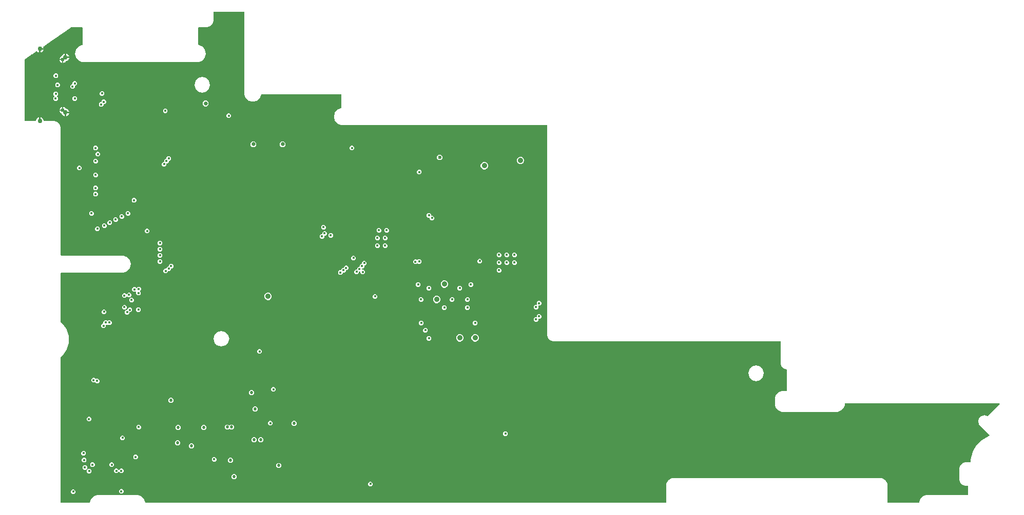
<source format=gbr>
G04 EAGLE Gerber RS-274X export*
G75*
%MOMM*%
%FSLAX34Y34*%
%LPD*%
%INCopper Layer 2*%
%IPPOS*%
%AMOC8*
5,1,8,0,0,1.08239X$1,22.5*%
G01*
%ADD10C,0.754000*%
%ADD11C,0.604000*%
%ADD12C,0.654000*%
%ADD13C,0.452400*%
%ADD14C,0.900000*%
%ADD15C,0.525000*%
%ADD16C,0.533400*%
%ADD17C,0.675000*%
%ADD18C,0.600000*%

G36*
X109221Y2041D02*
X109221Y2041D01*
X109240Y2039D01*
X109342Y2061D01*
X109444Y2077D01*
X109461Y2087D01*
X109481Y2091D01*
X109570Y2144D01*
X109661Y2193D01*
X109675Y2207D01*
X109692Y2217D01*
X109759Y2296D01*
X109831Y2371D01*
X109839Y2389D01*
X109852Y2404D01*
X109891Y2500D01*
X109934Y2594D01*
X109936Y2614D01*
X109944Y2632D01*
X109962Y2799D01*
X109962Y2991D01*
X112252Y8518D01*
X116482Y12748D01*
X122009Y15038D01*
X188991Y15038D01*
X194518Y12748D01*
X198748Y8518D01*
X201038Y2991D01*
X201038Y2799D01*
X201041Y2779D01*
X201039Y2760D01*
X201061Y2658D01*
X201077Y2556D01*
X201087Y2539D01*
X201091Y2519D01*
X201144Y2430D01*
X201193Y2339D01*
X201207Y2325D01*
X201217Y2308D01*
X201296Y2241D01*
X201371Y2169D01*
X201389Y2161D01*
X201404Y2148D01*
X201500Y2109D01*
X201594Y2066D01*
X201614Y2064D01*
X201632Y2056D01*
X201799Y2038D01*
X1060201Y2038D01*
X1060221Y2041D01*
X1060240Y2039D01*
X1060342Y2061D01*
X1060444Y2077D01*
X1060461Y2087D01*
X1060481Y2091D01*
X1060570Y2144D01*
X1060661Y2193D01*
X1060675Y2207D01*
X1060692Y2217D01*
X1060759Y2296D01*
X1060831Y2371D01*
X1060839Y2389D01*
X1060852Y2404D01*
X1060891Y2500D01*
X1060934Y2594D01*
X1060936Y2614D01*
X1060944Y2632D01*
X1060962Y2799D01*
X1060962Y33493D01*
X1064456Y39544D01*
X1070507Y43038D01*
X1416493Y43038D01*
X1422544Y39544D01*
X1426038Y33493D01*
X1426038Y2799D01*
X1426041Y2779D01*
X1426039Y2760D01*
X1426061Y2658D01*
X1426077Y2556D01*
X1426087Y2539D01*
X1426091Y2519D01*
X1426144Y2430D01*
X1426193Y2339D01*
X1426207Y2325D01*
X1426217Y2308D01*
X1426296Y2241D01*
X1426371Y2169D01*
X1426389Y2161D01*
X1426404Y2148D01*
X1426500Y2109D01*
X1426594Y2066D01*
X1426614Y2064D01*
X1426632Y2056D01*
X1426799Y2038D01*
X1477201Y2038D01*
X1477221Y2041D01*
X1477240Y2039D01*
X1477342Y2061D01*
X1477444Y2077D01*
X1477461Y2087D01*
X1477481Y2091D01*
X1477570Y2144D01*
X1477661Y2193D01*
X1477675Y2207D01*
X1477692Y2217D01*
X1477759Y2296D01*
X1477831Y2371D01*
X1477839Y2389D01*
X1477852Y2404D01*
X1477891Y2500D01*
X1477934Y2594D01*
X1477936Y2614D01*
X1477944Y2632D01*
X1477962Y2799D01*
X1477962Y2991D01*
X1480252Y8518D01*
X1484482Y12748D01*
X1490009Y15038D01*
X1558201Y15038D01*
X1558221Y15041D01*
X1558240Y15039D01*
X1558342Y15061D01*
X1558444Y15077D01*
X1558461Y15087D01*
X1558481Y15091D01*
X1558570Y15144D01*
X1558661Y15193D01*
X1558675Y15207D01*
X1558692Y15217D01*
X1558759Y15296D01*
X1558831Y15371D01*
X1558839Y15389D01*
X1558852Y15404D01*
X1558891Y15500D01*
X1558934Y15594D01*
X1558936Y15614D01*
X1558944Y15632D01*
X1558962Y15799D01*
X1558962Y29201D01*
X1558959Y29221D01*
X1558961Y29240D01*
X1558939Y29342D01*
X1558923Y29444D01*
X1558913Y29461D01*
X1558909Y29481D01*
X1558856Y29570D01*
X1558807Y29661D01*
X1558793Y29675D01*
X1558783Y29692D01*
X1558704Y29759D01*
X1558629Y29831D01*
X1558611Y29839D01*
X1558596Y29852D01*
X1558500Y29891D01*
X1558406Y29934D01*
X1558386Y29936D01*
X1558368Y29944D01*
X1558201Y29962D01*
X1553606Y29962D01*
X1549181Y31795D01*
X1545795Y35181D01*
X1543962Y39606D01*
X1543962Y59394D01*
X1545795Y63819D01*
X1549181Y67205D01*
X1553606Y69038D01*
X1562201Y69038D01*
X1562221Y69041D01*
X1562241Y69039D01*
X1562342Y69061D01*
X1562444Y69077D01*
X1562461Y69087D01*
X1562481Y69091D01*
X1562570Y69144D01*
X1562661Y69193D01*
X1562675Y69207D01*
X1562692Y69217D01*
X1562759Y69296D01*
X1562831Y69371D01*
X1562839Y69389D01*
X1562852Y69404D01*
X1562891Y69500D01*
X1562934Y69594D01*
X1562936Y69614D01*
X1562944Y69632D01*
X1562962Y69799D01*
X1562962Y73338D01*
X1566196Y85596D01*
X1572448Y96623D01*
X1581307Y105690D01*
X1592185Y112199D01*
X1593720Y112642D01*
X1593799Y112680D01*
X1593882Y112710D01*
X1593910Y112732D01*
X1593942Y112747D01*
X1594005Y112809D01*
X1594074Y112864D01*
X1594093Y112893D01*
X1594119Y112918D01*
X1594160Y112996D01*
X1594207Y113070D01*
X1594216Y113105D01*
X1594232Y113137D01*
X1594246Y113224D01*
X1594267Y113309D01*
X1594264Y113344D01*
X1594270Y113380D01*
X1594255Y113467D01*
X1594248Y113554D01*
X1594234Y113587D01*
X1594228Y113622D01*
X1594186Y113700D01*
X1594152Y113781D01*
X1594123Y113816D01*
X1594111Y113839D01*
X1594088Y113860D01*
X1594047Y113911D01*
X1579299Y128659D01*
X1579197Y128761D01*
X1577659Y130299D01*
X1576577Y131381D01*
X1575185Y136577D01*
X1576577Y141773D01*
X1580381Y145577D01*
X1585577Y146969D01*
X1590821Y145564D01*
X1590895Y145510D01*
X1590914Y145505D01*
X1590931Y145494D01*
X1591031Y145468D01*
X1591130Y145438D01*
X1591150Y145439D01*
X1591170Y145434D01*
X1591273Y145442D01*
X1591376Y145444D01*
X1591395Y145451D01*
X1591415Y145453D01*
X1591510Y145493D01*
X1591607Y145529D01*
X1591623Y145541D01*
X1591641Y145549D01*
X1591772Y145654D01*
X1610781Y164663D01*
X1610823Y164721D01*
X1610872Y164773D01*
X1610894Y164820D01*
X1610924Y164862D01*
X1610946Y164931D01*
X1610976Y164996D01*
X1610982Y165048D01*
X1610997Y165098D01*
X1610995Y165169D01*
X1611003Y165240D01*
X1610992Y165291D01*
X1610990Y165343D01*
X1610966Y165411D01*
X1610951Y165481D01*
X1610924Y165526D01*
X1610906Y165574D01*
X1610861Y165630D01*
X1610824Y165692D01*
X1610785Y165726D01*
X1610752Y165766D01*
X1610692Y165805D01*
X1610638Y165852D01*
X1610589Y165871D01*
X1610545Y165899D01*
X1610476Y165917D01*
X1610409Y165944D01*
X1610338Y165952D01*
X1610307Y165960D01*
X1610284Y165958D01*
X1610243Y165962D01*
X1355799Y165962D01*
X1355779Y165959D01*
X1355760Y165961D01*
X1355658Y165939D01*
X1355556Y165923D01*
X1355539Y165913D01*
X1355519Y165909D01*
X1355430Y165856D01*
X1355339Y165807D01*
X1355325Y165793D01*
X1355308Y165783D01*
X1355241Y165704D01*
X1355169Y165629D01*
X1355161Y165611D01*
X1355148Y165596D01*
X1355109Y165500D01*
X1355066Y165406D01*
X1355064Y165386D01*
X1355056Y165368D01*
X1355038Y165201D01*
X1355038Y163208D01*
X1352901Y158048D01*
X1348952Y154099D01*
X1343792Y151962D01*
X1251208Y151962D01*
X1246048Y154099D01*
X1242099Y158048D01*
X1239962Y163208D01*
X1239962Y175792D01*
X1242099Y180952D01*
X1246048Y184901D01*
X1251208Y187038D01*
X1259201Y187038D01*
X1259221Y187041D01*
X1259240Y187039D01*
X1259342Y187061D01*
X1259444Y187077D01*
X1259461Y187087D01*
X1259481Y187091D01*
X1259570Y187144D01*
X1259661Y187193D01*
X1259675Y187207D01*
X1259692Y187217D01*
X1259759Y187296D01*
X1259831Y187371D01*
X1259839Y187389D01*
X1259852Y187404D01*
X1259891Y187500D01*
X1259934Y187594D01*
X1259936Y187614D01*
X1259944Y187632D01*
X1259962Y187799D01*
X1259962Y221756D01*
X1259957Y221788D01*
X1259960Y221820D01*
X1259937Y221909D01*
X1259923Y221999D01*
X1259907Y222027D01*
X1259900Y222059D01*
X1259850Y222136D01*
X1259807Y222216D01*
X1259784Y222238D01*
X1259767Y222265D01*
X1259695Y222323D01*
X1259629Y222386D01*
X1259600Y222399D01*
X1259575Y222419D01*
X1259420Y222485D01*
X1254453Y223981D01*
X1250652Y228023D01*
X1250199Y229948D01*
X1250198Y229951D01*
X1250197Y229955D01*
X1250150Y230066D01*
X1250105Y230175D01*
X1250102Y230178D01*
X1250101Y230181D01*
X1249996Y230312D01*
X1249962Y230346D01*
X1249962Y230865D01*
X1249962Y230869D01*
X1249962Y230873D01*
X1249942Y231040D01*
X1249823Y231545D01*
X1249848Y231586D01*
X1249850Y231589D01*
X1249852Y231591D01*
X1249897Y231704D01*
X1249942Y231813D01*
X1249942Y231816D01*
X1249944Y231819D01*
X1249962Y231986D01*
X1249962Y267711D01*
X1249959Y267731D01*
X1249961Y267750D01*
X1249939Y267852D01*
X1249923Y267954D01*
X1249913Y267971D01*
X1249909Y267991D01*
X1249856Y268080D01*
X1249807Y268171D01*
X1249793Y268185D01*
X1249783Y268202D01*
X1249704Y268269D01*
X1249629Y268341D01*
X1249611Y268349D01*
X1249596Y268362D01*
X1249500Y268401D01*
X1249406Y268444D01*
X1249386Y268446D01*
X1249368Y268454D01*
X1249201Y268472D01*
X873746Y268472D01*
X869321Y270305D01*
X865935Y273691D01*
X864102Y278116D01*
X864102Y625201D01*
X864099Y625221D01*
X864101Y625240D01*
X864079Y625342D01*
X864063Y625444D01*
X864053Y625461D01*
X864049Y625481D01*
X863996Y625570D01*
X863947Y625661D01*
X863933Y625675D01*
X863923Y625692D01*
X863844Y625759D01*
X863769Y625831D01*
X863751Y625839D01*
X863736Y625852D01*
X863640Y625891D01*
X863546Y625934D01*
X863526Y625936D01*
X863508Y625944D01*
X863341Y625962D01*
X523796Y625962D01*
X518023Y628743D01*
X514027Y633753D01*
X512601Y640000D01*
X514027Y646247D01*
X518022Y651257D01*
X523796Y654038D01*
X524201Y654038D01*
X524221Y654041D01*
X524240Y654039D01*
X524342Y654061D01*
X524444Y654077D01*
X524461Y654087D01*
X524481Y654091D01*
X524570Y654144D01*
X524661Y654193D01*
X524675Y654207D01*
X524692Y654217D01*
X524759Y654296D01*
X524831Y654371D01*
X524839Y654389D01*
X524852Y654404D01*
X524891Y654500D01*
X524934Y654594D01*
X524936Y654614D01*
X524944Y654632D01*
X524962Y654799D01*
X524962Y676201D01*
X524959Y676221D01*
X524961Y676240D01*
X524939Y676342D01*
X524923Y676444D01*
X524913Y676461D01*
X524909Y676481D01*
X524856Y676570D01*
X524807Y676661D01*
X524793Y676675D01*
X524783Y676692D01*
X524704Y676759D01*
X524629Y676831D01*
X524611Y676839D01*
X524596Y676852D01*
X524500Y676891D01*
X524406Y676934D01*
X524386Y676936D01*
X524368Y676944D01*
X524201Y676962D01*
X393799Y676962D01*
X393779Y676959D01*
X393760Y676961D01*
X393658Y676939D01*
X393556Y676923D01*
X393539Y676913D01*
X393519Y676909D01*
X393430Y676856D01*
X393339Y676807D01*
X393325Y676793D01*
X393308Y676783D01*
X393241Y676704D01*
X393169Y676629D01*
X393161Y676611D01*
X393148Y676596D01*
X393109Y676500D01*
X393066Y676406D01*
X393064Y676386D01*
X393056Y676368D01*
X393038Y676201D01*
X393038Y675796D01*
X390257Y670023D01*
X385247Y666027D01*
X379000Y664601D01*
X376955Y665068D01*
X373620Y665829D01*
X372753Y666027D01*
X367743Y670022D01*
X364962Y675796D01*
X364962Y812201D01*
X364959Y812221D01*
X364961Y812240D01*
X364939Y812342D01*
X364923Y812444D01*
X364913Y812461D01*
X364909Y812481D01*
X364856Y812570D01*
X364807Y812661D01*
X364793Y812675D01*
X364783Y812692D01*
X364704Y812759D01*
X364629Y812831D01*
X364611Y812839D01*
X364596Y812852D01*
X364500Y812891D01*
X364406Y812934D01*
X364386Y812936D01*
X364368Y812944D01*
X364201Y812962D01*
X314799Y812962D01*
X314779Y812959D01*
X314760Y812961D01*
X314658Y812939D01*
X314556Y812923D01*
X314539Y812913D01*
X314519Y812909D01*
X314430Y812856D01*
X314339Y812807D01*
X314325Y812793D01*
X314308Y812783D01*
X314241Y812704D01*
X314169Y812629D01*
X314161Y812611D01*
X314148Y812596D01*
X314109Y812500D01*
X314066Y812406D01*
X314064Y812386D01*
X314056Y812368D01*
X314038Y812201D01*
X314038Y797907D01*
X312053Y793115D01*
X308385Y789447D01*
X303593Y787462D01*
X289799Y787462D01*
X289779Y787459D01*
X289760Y787461D01*
X289658Y787439D01*
X289556Y787423D01*
X289539Y787413D01*
X289519Y787409D01*
X289430Y787356D01*
X289339Y787307D01*
X289325Y787293D01*
X289308Y787283D01*
X289241Y787204D01*
X289169Y787129D01*
X289161Y787111D01*
X289148Y787096D01*
X289109Y787000D01*
X289066Y786906D01*
X289064Y786886D01*
X289056Y786868D01*
X289038Y786701D01*
X289038Y758799D01*
X289041Y758779D01*
X289039Y758760D01*
X289061Y758658D01*
X289077Y758556D01*
X289087Y758539D01*
X289091Y758519D01*
X289144Y758430D01*
X289193Y758339D01*
X289207Y758325D01*
X289217Y758308D01*
X289296Y758241D01*
X289371Y758169D01*
X289389Y758161D01*
X289404Y758148D01*
X289500Y758109D01*
X289594Y758066D01*
X289614Y758064D01*
X289632Y758056D01*
X289799Y758038D01*
X290204Y758038D01*
X295977Y755257D01*
X299973Y750247D01*
X301399Y744000D01*
X299973Y737753D01*
X295978Y732743D01*
X290204Y729962D01*
X96796Y729962D01*
X91023Y732743D01*
X87027Y737753D01*
X85601Y744000D01*
X87027Y750247D01*
X91022Y755257D01*
X96796Y758038D01*
X97201Y758038D01*
X97221Y758041D01*
X97240Y758039D01*
X97342Y758061D01*
X97444Y758077D01*
X97461Y758087D01*
X97481Y758091D01*
X97570Y758144D01*
X97661Y758193D01*
X97675Y758207D01*
X97692Y758217D01*
X97759Y758296D01*
X97831Y758371D01*
X97839Y758389D01*
X97852Y758404D01*
X97891Y758500D01*
X97934Y758594D01*
X97936Y758614D01*
X97944Y758632D01*
X97962Y758799D01*
X97962Y786701D01*
X97959Y786721D01*
X97961Y786740D01*
X97939Y786842D01*
X97923Y786944D01*
X97913Y786961D01*
X97909Y786981D01*
X97856Y787070D01*
X97807Y787161D01*
X97793Y787175D01*
X97783Y787192D01*
X97704Y787259D01*
X97629Y787331D01*
X97611Y787339D01*
X97596Y787352D01*
X97500Y787391D01*
X97406Y787434D01*
X97386Y787436D01*
X97368Y787444D01*
X97201Y787462D01*
X78899Y787462D01*
X78875Y787458D01*
X78850Y787461D01*
X78754Y787438D01*
X78657Y787423D01*
X78635Y787411D01*
X78611Y787405D01*
X78463Y787325D01*
X37781Y758899D01*
X37758Y758877D01*
X37678Y758814D01*
X37295Y758430D01*
X37209Y758410D01*
X37112Y758395D01*
X37090Y758383D01*
X37066Y758377D01*
X36919Y758297D01*
X33454Y755876D01*
X33411Y755834D01*
X33361Y755799D01*
X33323Y755749D01*
X33278Y755705D01*
X33250Y755651D01*
X33214Y755602D01*
X33195Y755542D01*
X33166Y755486D01*
X33157Y755426D01*
X33138Y755368D01*
X33138Y755305D01*
X33129Y755243D01*
X33140Y755183D01*
X33140Y755122D01*
X33166Y755032D01*
X33172Y755001D01*
X33180Y754986D01*
X33187Y754961D01*
X33568Y754041D01*
X33686Y753449D01*
X30220Y753449D01*
X30196Y753445D01*
X30171Y753448D01*
X30075Y753425D01*
X29977Y753410D01*
X29956Y753398D01*
X29931Y753392D01*
X29784Y753312D01*
X28387Y752336D01*
X28376Y752325D01*
X28363Y752318D01*
X28289Y752240D01*
X28211Y752164D01*
X28204Y752151D01*
X28194Y752140D01*
X28148Y752042D01*
X28099Y751946D01*
X28096Y751931D01*
X28090Y751917D01*
X28085Y751874D01*
X28066Y751876D01*
X27949Y751889D01*
X27944Y751888D01*
X27939Y751888D01*
X27825Y751862D01*
X27708Y751836D01*
X27704Y751834D01*
X27699Y751833D01*
X27552Y751752D01*
X26576Y751070D01*
X26551Y751046D01*
X26521Y751028D01*
X26463Y750961D01*
X26400Y750899D01*
X26384Y750868D01*
X26361Y750841D01*
X26328Y750759D01*
X26287Y750680D01*
X26282Y750645D01*
X26269Y750613D01*
X26251Y750446D01*
X26251Y746014D01*
X25659Y746132D01*
X24511Y746607D01*
X23477Y747298D01*
X22982Y747793D01*
X22920Y747838D01*
X22864Y747890D01*
X22821Y747909D01*
X22783Y747936D01*
X22710Y747959D01*
X22640Y747990D01*
X22593Y747995D01*
X22548Y748009D01*
X22471Y748007D01*
X22395Y748014D01*
X22349Y748004D01*
X22302Y748002D01*
X22230Y747976D01*
X22155Y747959D01*
X22100Y747929D01*
X22071Y747918D01*
X22050Y747902D01*
X22008Y747879D01*
X15267Y743169D01*
X15245Y743147D01*
X15165Y743083D01*
X14780Y742698D01*
X14694Y742678D01*
X14596Y742663D01*
X14575Y742651D01*
X14550Y742645D01*
X14403Y742565D01*
X2363Y734152D01*
X2338Y734128D01*
X2308Y734110D01*
X2250Y734043D01*
X2187Y733981D01*
X2171Y733950D01*
X2148Y733923D01*
X2115Y733841D01*
X2074Y733762D01*
X2069Y733727D01*
X2056Y733695D01*
X2038Y733528D01*
X2038Y633799D01*
X2041Y633779D01*
X2039Y633760D01*
X2061Y633658D01*
X2077Y633556D01*
X2087Y633539D01*
X2091Y633519D01*
X2144Y633430D01*
X2193Y633339D01*
X2207Y633325D01*
X2217Y633308D01*
X2296Y633241D01*
X2371Y633169D01*
X2389Y633161D01*
X2404Y633148D01*
X2500Y633109D01*
X2594Y633066D01*
X2614Y633064D01*
X2632Y633056D01*
X2799Y633038D01*
X12549Y633038D01*
X12596Y633045D01*
X12644Y633044D01*
X12717Y633065D01*
X12792Y633077D01*
X12834Y633100D01*
X12880Y633114D01*
X12896Y633123D01*
X13598Y633043D01*
X13628Y633044D01*
X13685Y633038D01*
X14403Y633038D01*
X14414Y633032D01*
X14475Y632987D01*
X14521Y632973D01*
X14564Y632950D01*
X14631Y632935D01*
X14668Y632901D01*
X14679Y632897D01*
X14687Y632889D01*
X14792Y632847D01*
X14893Y632803D01*
X14905Y632802D01*
X14916Y632797D01*
X15082Y632779D01*
X20437Y632779D01*
X20504Y632790D01*
X20573Y632791D01*
X20625Y632810D01*
X20679Y632819D01*
X20740Y632851D01*
X20805Y632874D01*
X20848Y632908D01*
X20897Y632934D01*
X20944Y632983D01*
X20998Y633026D01*
X21028Y633072D01*
X21066Y633112D01*
X21095Y633174D01*
X21133Y633232D01*
X21156Y633305D01*
X21170Y633335D01*
X21172Y633356D01*
X21183Y633392D01*
X21432Y634641D01*
X21907Y635789D01*
X22598Y636823D01*
X23477Y637702D01*
X24511Y638393D01*
X25659Y638868D01*
X26251Y638986D01*
X26251Y633540D01*
X26254Y633520D01*
X26252Y633501D01*
X26274Y633399D01*
X26290Y633297D01*
X26300Y633280D01*
X26304Y633260D01*
X26357Y633171D01*
X26406Y633080D01*
X26420Y633066D01*
X26430Y633049D01*
X26509Y632982D01*
X26584Y632911D01*
X26602Y632902D01*
X26617Y632889D01*
X26713Y632850D01*
X26807Y632807D01*
X26827Y632805D01*
X26845Y632797D01*
X27012Y632779D01*
X27988Y632779D01*
X28008Y632782D01*
X28027Y632780D01*
X28129Y632802D01*
X28231Y632819D01*
X28248Y632828D01*
X28268Y632832D01*
X28357Y632885D01*
X28448Y632934D01*
X28462Y632948D01*
X28479Y632958D01*
X28546Y633037D01*
X28618Y633112D01*
X28626Y633130D01*
X28639Y633145D01*
X28678Y633241D01*
X28721Y633335D01*
X28723Y633355D01*
X28731Y633373D01*
X28749Y633540D01*
X28749Y638986D01*
X29341Y638868D01*
X30489Y638393D01*
X31523Y637702D01*
X32402Y636823D01*
X33093Y635789D01*
X33568Y634641D01*
X33817Y633392D01*
X33841Y633327D01*
X33855Y633260D01*
X33884Y633213D01*
X33903Y633161D01*
X33946Y633108D01*
X33982Y633049D01*
X34023Y633013D01*
X34058Y632970D01*
X34116Y632934D01*
X34168Y632889D01*
X34220Y632869D01*
X34266Y632839D01*
X34333Y632823D01*
X34397Y632797D01*
X34474Y632789D01*
X34505Y632781D01*
X34527Y632783D01*
X34563Y632779D01*
X40163Y632779D01*
X40174Y632781D01*
X40186Y632779D01*
X40295Y632800D01*
X40405Y632819D01*
X40416Y632824D01*
X40427Y632826D01*
X40524Y632881D01*
X40623Y632934D01*
X40624Y632935D01*
X40682Y632959D01*
X40754Y632980D01*
X40794Y633007D01*
X40838Y633026D01*
X40853Y633038D01*
X41560Y633038D01*
X41589Y633042D01*
X41647Y633043D01*
X42359Y633125D01*
X42371Y633120D01*
X42437Y633083D01*
X42485Y633074D01*
X42529Y633056D01*
X42657Y633042D01*
X42679Y633038D01*
X42686Y633039D01*
X42696Y633038D01*
X51593Y633038D01*
X56385Y631053D01*
X60053Y627385D01*
X62038Y622593D01*
X62038Y411049D01*
X62041Y411029D01*
X62039Y411010D01*
X62061Y410908D01*
X62077Y410806D01*
X62087Y410789D01*
X62091Y410769D01*
X62144Y410680D01*
X62193Y410589D01*
X62207Y410575D01*
X62217Y410558D01*
X62296Y410491D01*
X62371Y410419D01*
X62389Y410411D01*
X62404Y410398D01*
X62500Y410359D01*
X62594Y410316D01*
X62614Y410314D01*
X62632Y410306D01*
X62799Y410288D01*
X166204Y410288D01*
X171977Y407507D01*
X175973Y402497D01*
X177399Y396250D01*
X175973Y390003D01*
X171978Y384993D01*
X166204Y382212D01*
X62799Y382212D01*
X62779Y382209D01*
X62760Y382211D01*
X62658Y382189D01*
X62556Y382173D01*
X62539Y382163D01*
X62519Y382159D01*
X62430Y382106D01*
X62339Y382057D01*
X62325Y382043D01*
X62308Y382033D01*
X62241Y381954D01*
X62169Y381879D01*
X62161Y381861D01*
X62148Y381846D01*
X62109Y381750D01*
X62066Y381656D01*
X62064Y381636D01*
X62056Y381618D01*
X62038Y381451D01*
X62038Y300359D01*
X62040Y300346D01*
X62038Y300333D01*
X62060Y300225D01*
X62077Y300116D01*
X62084Y300104D01*
X62086Y300092D01*
X62141Y299996D01*
X62193Y299899D01*
X62202Y299890D01*
X62209Y299878D01*
X62328Y299761D01*
X65678Y297123D01*
X72050Y287860D01*
X75387Y277122D01*
X75387Y265878D01*
X72050Y255140D01*
X66855Y247588D01*
X65808Y246066D01*
X65678Y245877D01*
X62328Y243239D01*
X62319Y243230D01*
X62308Y243223D01*
X62236Y243139D01*
X62162Y243058D01*
X62157Y243046D01*
X62148Y243036D01*
X62107Y242934D01*
X62062Y242833D01*
X62061Y242820D01*
X62056Y242808D01*
X62038Y242641D01*
X62038Y2799D01*
X62041Y2779D01*
X62039Y2760D01*
X62061Y2658D01*
X62077Y2556D01*
X62087Y2539D01*
X62091Y2519D01*
X62144Y2430D01*
X62193Y2339D01*
X62207Y2325D01*
X62217Y2308D01*
X62296Y2241D01*
X62371Y2169D01*
X62389Y2161D01*
X62404Y2148D01*
X62500Y2109D01*
X62594Y2066D01*
X62614Y2064D01*
X62632Y2056D01*
X62799Y2038D01*
X109201Y2038D01*
X109221Y2041D01*
G37*
%LPC*%
G36*
X1202495Y204732D02*
X1202495Y204732D01*
X1197732Y209495D01*
X1195989Y216000D01*
X1197732Y222505D01*
X1202495Y227268D01*
X1209000Y229011D01*
X1215505Y227268D01*
X1220268Y222505D01*
X1222011Y216000D01*
X1220268Y209495D01*
X1215505Y204732D01*
X1209000Y202989D01*
X1202495Y204732D01*
G37*
%LPD*%
%LPC*%
G36*
X320345Y261822D02*
X320345Y261822D01*
X315582Y266585D01*
X313839Y273090D01*
X315582Y279595D01*
X320345Y284358D01*
X326850Y286101D01*
X333355Y284358D01*
X338118Y279595D01*
X339861Y273090D01*
X338118Y266585D01*
X333355Y261822D01*
X326850Y260079D01*
X320345Y261822D01*
G37*
%LPD*%
%LPC*%
G36*
X288995Y681232D02*
X288995Y681232D01*
X284232Y685995D01*
X282489Y692500D01*
X284232Y699005D01*
X288995Y703768D01*
X295500Y705511D01*
X302005Y703768D01*
X306768Y699005D01*
X308511Y692500D01*
X306768Y685995D01*
X302005Y681232D01*
X295500Y679489D01*
X288995Y681232D01*
G37*
%LPD*%
%LPC*%
G36*
X558501Y379626D02*
X558501Y379626D01*
X556283Y381844D01*
X556283Y383564D01*
X556280Y383584D01*
X556282Y383603D01*
X556260Y383705D01*
X556244Y383807D01*
X556234Y383824D01*
X556230Y383844D01*
X556177Y383933D01*
X556128Y384024D01*
X556114Y384038D01*
X556104Y384055D01*
X556025Y384122D01*
X555950Y384194D01*
X555932Y384202D01*
X555917Y384215D01*
X555821Y384254D01*
X555727Y384297D01*
X555707Y384299D01*
X555689Y384307D01*
X555522Y384325D01*
X554458Y384325D01*
X554438Y384322D01*
X554419Y384324D01*
X554317Y384302D01*
X554215Y384286D01*
X554198Y384276D01*
X554178Y384272D01*
X554089Y384219D01*
X553998Y384170D01*
X553984Y384156D01*
X553967Y384146D01*
X553900Y384067D01*
X553828Y383992D01*
X553820Y383974D01*
X553807Y383959D01*
X553768Y383863D01*
X553725Y383769D01*
X553723Y383749D01*
X553715Y383731D01*
X553697Y383564D01*
X553697Y381971D01*
X551479Y379753D01*
X548341Y379753D01*
X546123Y381971D01*
X546123Y385109D01*
X548341Y387327D01*
X550188Y387327D01*
X550208Y387330D01*
X550227Y387328D01*
X550329Y387350D01*
X550431Y387366D01*
X550448Y387376D01*
X550468Y387380D01*
X550557Y387433D01*
X550648Y387482D01*
X550662Y387496D01*
X550679Y387506D01*
X550746Y387585D01*
X550818Y387660D01*
X550826Y387678D01*
X550839Y387693D01*
X550878Y387789D01*
X550921Y387883D01*
X550923Y387903D01*
X550931Y387921D01*
X550949Y388088D01*
X550949Y389681D01*
X553167Y391899D01*
X554252Y391899D01*
X554272Y391902D01*
X554291Y391900D01*
X554393Y391922D01*
X554495Y391938D01*
X554512Y391948D01*
X554532Y391952D01*
X554621Y392005D01*
X554712Y392054D01*
X554726Y392068D01*
X554743Y392078D01*
X554810Y392157D01*
X554882Y392232D01*
X554890Y392250D01*
X554903Y392265D01*
X554942Y392361D01*
X554985Y392455D01*
X554987Y392475D01*
X554995Y392493D01*
X555013Y392660D01*
X555013Y394761D01*
X557231Y396979D01*
X558062Y396979D01*
X558082Y396982D01*
X558101Y396980D01*
X558203Y397002D01*
X558305Y397018D01*
X558322Y397028D01*
X558342Y397032D01*
X558431Y397085D01*
X558522Y397134D01*
X558536Y397148D01*
X558553Y397158D01*
X558620Y397237D01*
X558692Y397312D01*
X558700Y397330D01*
X558713Y397345D01*
X558752Y397441D01*
X558795Y397535D01*
X558797Y397555D01*
X558805Y397573D01*
X558823Y397740D01*
X558823Y399587D01*
X561041Y401805D01*
X564179Y401805D01*
X566397Y399587D01*
X566397Y396449D01*
X564179Y394231D01*
X563348Y394231D01*
X563328Y394228D01*
X563309Y394230D01*
X563207Y394208D01*
X563105Y394192D01*
X563088Y394182D01*
X563068Y394178D01*
X562979Y394125D01*
X562888Y394076D01*
X562874Y394062D01*
X562857Y394052D01*
X562790Y393973D01*
X562718Y393898D01*
X562710Y393880D01*
X562697Y393865D01*
X562658Y393769D01*
X562615Y393675D01*
X562613Y393655D01*
X562605Y393637D01*
X562587Y393470D01*
X562587Y391623D01*
X560369Y389405D01*
X559284Y389405D01*
X559264Y389402D01*
X559245Y389404D01*
X559143Y389382D01*
X559041Y389366D01*
X559024Y389356D01*
X559004Y389352D01*
X558915Y389299D01*
X558824Y389250D01*
X558810Y389236D01*
X558793Y389226D01*
X558726Y389147D01*
X558654Y389072D01*
X558646Y389054D01*
X558633Y389039D01*
X558594Y388943D01*
X558551Y388849D01*
X558549Y388829D01*
X558541Y388811D01*
X558523Y388644D01*
X558523Y387961D01*
X558524Y387954D01*
X558524Y387952D01*
X558526Y387944D01*
X558526Y387941D01*
X558524Y387922D01*
X558546Y387820D01*
X558562Y387718D01*
X558572Y387701D01*
X558576Y387681D01*
X558629Y387592D01*
X558678Y387501D01*
X558692Y387487D01*
X558702Y387470D01*
X558781Y387403D01*
X558856Y387331D01*
X558874Y387323D01*
X558889Y387310D01*
X558985Y387271D01*
X559079Y387228D01*
X559099Y387226D01*
X559117Y387218D01*
X559284Y387200D01*
X561639Y387200D01*
X563857Y384982D01*
X563857Y381844D01*
X561639Y379626D01*
X558501Y379626D01*
G37*
%LPD*%
%LPC*%
G36*
X188804Y344701D02*
X188804Y344701D01*
X186586Y346919D01*
X186586Y350208D01*
X186575Y350279D01*
X186573Y350351D01*
X186555Y350400D01*
X186547Y350451D01*
X186513Y350514D01*
X186488Y350582D01*
X186456Y350622D01*
X186431Y350668D01*
X186380Y350718D01*
X186335Y350774D01*
X186291Y350802D01*
X186253Y350838D01*
X186188Y350868D01*
X186128Y350907D01*
X186077Y350919D01*
X186030Y350941D01*
X185959Y350949D01*
X185889Y350967D01*
X185837Y350963D01*
X185786Y350968D01*
X185715Y350953D01*
X185644Y350948D01*
X185596Y350927D01*
X185545Y350916D01*
X185484Y350879D01*
X185418Y350851D01*
X185362Y350807D01*
X185334Y350790D01*
X185319Y350772D01*
X185287Y350746D01*
X185084Y350543D01*
X181946Y350543D01*
X179728Y352761D01*
X179728Y355899D01*
X181946Y358117D01*
X185084Y358117D01*
X186152Y357049D01*
X186168Y357037D01*
X186180Y357021D01*
X186268Y356965D01*
X186351Y356905D01*
X186370Y356899D01*
X186387Y356888D01*
X186488Y356863D01*
X186587Y356833D01*
X186606Y356833D01*
X186626Y356828D01*
X186729Y356836D01*
X186832Y356839D01*
X186851Y356846D01*
X186871Y356847D01*
X186966Y356888D01*
X187063Y356923D01*
X187079Y356936D01*
X187097Y356944D01*
X187228Y357049D01*
X188931Y358752D01*
X192069Y358752D01*
X194287Y356534D01*
X194287Y353396D01*
X193092Y352201D01*
X193080Y352185D01*
X193064Y352173D01*
X193008Y352085D01*
X192948Y352002D01*
X192942Y351983D01*
X192931Y351966D01*
X192906Y351865D01*
X192876Y351766D01*
X192876Y351747D01*
X192871Y351727D01*
X192879Y351624D01*
X192882Y351521D01*
X192889Y351502D01*
X192890Y351482D01*
X192931Y351387D01*
X192966Y351290D01*
X192979Y351274D01*
X192987Y351256D01*
X193092Y351125D01*
X194160Y350057D01*
X194160Y346919D01*
X191942Y344701D01*
X188804Y344701D01*
G37*
%LPD*%
%LPC*%
G36*
X130912Y290619D02*
X130912Y290619D01*
X128694Y292837D01*
X128694Y295975D01*
X130912Y298193D01*
X131448Y298193D01*
X131468Y298196D01*
X131487Y298194D01*
X131589Y298216D01*
X131691Y298232D01*
X131708Y298242D01*
X131728Y298246D01*
X131817Y298299D01*
X131908Y298348D01*
X131922Y298362D01*
X131939Y298372D01*
X132006Y298451D01*
X132078Y298526D01*
X132086Y298544D01*
X132099Y298559D01*
X132138Y298655D01*
X132181Y298749D01*
X132183Y298769D01*
X132191Y298787D01*
X132209Y298954D01*
X132209Y301289D01*
X134427Y303507D01*
X137565Y303507D01*
X138580Y302492D01*
X138596Y302480D01*
X138608Y302464D01*
X138696Y302408D01*
X138779Y302348D01*
X138798Y302342D01*
X138815Y302331D01*
X138916Y302306D01*
X139015Y302276D01*
X139034Y302276D01*
X139054Y302271D01*
X139157Y302279D01*
X139260Y302282D01*
X139279Y302289D01*
X139299Y302290D01*
X139394Y302331D01*
X139491Y302366D01*
X139507Y302379D01*
X139525Y302387D01*
X139656Y302492D01*
X140671Y303507D01*
X143809Y303507D01*
X146027Y301289D01*
X146027Y298151D01*
X143809Y295933D01*
X140671Y295933D01*
X139656Y296948D01*
X139640Y296960D01*
X139628Y296976D01*
X139540Y297032D01*
X139457Y297092D01*
X139438Y297098D01*
X139421Y297109D01*
X139320Y297134D01*
X139221Y297164D01*
X139202Y297164D01*
X139182Y297169D01*
X139079Y297161D01*
X138976Y297158D01*
X138957Y297151D01*
X138937Y297150D01*
X138842Y297109D01*
X138745Y297074D01*
X138729Y297061D01*
X138711Y297053D01*
X138580Y296948D01*
X137565Y295933D01*
X137029Y295933D01*
X137009Y295930D01*
X136990Y295932D01*
X136888Y295910D01*
X136786Y295894D01*
X136769Y295884D01*
X136749Y295880D01*
X136660Y295827D01*
X136569Y295778D01*
X136555Y295764D01*
X136538Y295754D01*
X136471Y295675D01*
X136399Y295600D01*
X136391Y295582D01*
X136378Y295567D01*
X136339Y295471D01*
X136296Y295377D01*
X136294Y295357D01*
X136286Y295339D01*
X136268Y295172D01*
X136268Y292837D01*
X134050Y290619D01*
X130912Y290619D01*
G37*
%LPD*%
%LPC*%
G36*
X521671Y378483D02*
X521671Y378483D01*
X519453Y380701D01*
X519453Y383839D01*
X521671Y386057D01*
X523772Y386057D01*
X523792Y386060D01*
X523811Y386058D01*
X523913Y386080D01*
X524015Y386096D01*
X524032Y386106D01*
X524052Y386110D01*
X524141Y386163D01*
X524232Y386212D01*
X524246Y386226D01*
X524263Y386236D01*
X524330Y386315D01*
X524402Y386390D01*
X524410Y386408D01*
X524423Y386423D01*
X524462Y386519D01*
X524505Y386613D01*
X524507Y386633D01*
X524515Y386651D01*
X524533Y386818D01*
X524533Y387649D01*
X526751Y389867D01*
X528217Y389867D01*
X528237Y389870D01*
X528256Y389868D01*
X528358Y389890D01*
X528460Y389906D01*
X528477Y389916D01*
X528497Y389920D01*
X528586Y389973D01*
X528677Y390022D01*
X528691Y390036D01*
X528708Y390046D01*
X528775Y390125D01*
X528847Y390200D01*
X528855Y390218D01*
X528868Y390233D01*
X528907Y390329D01*
X528950Y390423D01*
X528952Y390443D01*
X528960Y390461D01*
X528978Y390628D01*
X528978Y391459D01*
X531196Y393677D01*
X534334Y393677D01*
X536552Y391459D01*
X536552Y388321D01*
X534334Y386103D01*
X532868Y386103D01*
X532848Y386100D01*
X532829Y386102D01*
X532727Y386080D01*
X532625Y386064D01*
X532608Y386054D01*
X532588Y386050D01*
X532499Y385997D01*
X532408Y385948D01*
X532394Y385934D01*
X532377Y385924D01*
X532310Y385845D01*
X532238Y385770D01*
X532230Y385752D01*
X532217Y385737D01*
X532178Y385641D01*
X532135Y385547D01*
X532133Y385527D01*
X532125Y385509D01*
X532107Y385342D01*
X532107Y384511D01*
X529889Y382293D01*
X527788Y382293D01*
X527768Y382290D01*
X527749Y382292D01*
X527647Y382270D01*
X527545Y382254D01*
X527528Y382244D01*
X527508Y382240D01*
X527419Y382187D01*
X527328Y382138D01*
X527314Y382124D01*
X527297Y382114D01*
X527230Y382035D01*
X527158Y381960D01*
X527150Y381942D01*
X527137Y381927D01*
X527098Y381831D01*
X527055Y381737D01*
X527053Y381717D01*
X527045Y381699D01*
X527027Y381532D01*
X527027Y380701D01*
X524809Y378483D01*
X521671Y378483D01*
G37*
%LPD*%
%LPC*%
G36*
X233381Y381023D02*
X233381Y381023D01*
X231163Y383241D01*
X231163Y386379D01*
X233381Y388597D01*
X235482Y388597D01*
X235502Y388600D01*
X235521Y388598D01*
X235623Y388620D01*
X235725Y388636D01*
X235742Y388646D01*
X235762Y388650D01*
X235851Y388703D01*
X235942Y388752D01*
X235956Y388766D01*
X235973Y388776D01*
X236040Y388855D01*
X236112Y388930D01*
X236120Y388948D01*
X236133Y388963D01*
X236172Y389059D01*
X236215Y389153D01*
X236217Y389173D01*
X236225Y389191D01*
X236243Y389358D01*
X236243Y390189D01*
X238461Y392407D01*
X239292Y392407D01*
X239312Y392410D01*
X239331Y392408D01*
X239433Y392430D01*
X239535Y392446D01*
X239552Y392456D01*
X239572Y392460D01*
X239661Y392513D01*
X239752Y392562D01*
X239766Y392576D01*
X239783Y392586D01*
X239850Y392665D01*
X239922Y392740D01*
X239930Y392758D01*
X239943Y392773D01*
X239982Y392869D01*
X240025Y392963D01*
X240027Y392983D01*
X240035Y393001D01*
X240053Y393168D01*
X240053Y394634D01*
X242271Y396852D01*
X245409Y396852D01*
X247627Y394634D01*
X247627Y391496D01*
X245409Y389278D01*
X244578Y389278D01*
X244558Y389275D01*
X244539Y389277D01*
X244437Y389255D01*
X244335Y389239D01*
X244318Y389229D01*
X244298Y389225D01*
X244209Y389172D01*
X244118Y389123D01*
X244104Y389109D01*
X244087Y389099D01*
X244020Y389020D01*
X243948Y388945D01*
X243940Y388927D01*
X243927Y388912D01*
X243888Y388816D01*
X243845Y388722D01*
X243843Y388702D01*
X243835Y388684D01*
X243817Y388517D01*
X243817Y387051D01*
X241599Y384833D01*
X239498Y384833D01*
X239478Y384830D01*
X239459Y384832D01*
X239357Y384810D01*
X239255Y384794D01*
X239238Y384784D01*
X239218Y384780D01*
X239129Y384727D01*
X239038Y384678D01*
X239024Y384664D01*
X239007Y384654D01*
X238940Y384575D01*
X238868Y384500D01*
X238860Y384482D01*
X238847Y384467D01*
X238808Y384371D01*
X238765Y384277D01*
X238763Y384257D01*
X238755Y384239D01*
X238737Y384072D01*
X238737Y383241D01*
X236519Y381023D01*
X233381Y381023D01*
G37*
%LPD*%
%LPC*%
G36*
X230841Y557553D02*
X230841Y557553D01*
X228623Y559771D01*
X228623Y562909D01*
X230841Y565127D01*
X231672Y565127D01*
X231692Y565130D01*
X231711Y565128D01*
X231813Y565150D01*
X231915Y565166D01*
X231932Y565176D01*
X231952Y565180D01*
X232041Y565233D01*
X232132Y565282D01*
X232146Y565296D01*
X232163Y565306D01*
X232230Y565385D01*
X232302Y565460D01*
X232310Y565478D01*
X232323Y565493D01*
X232362Y565589D01*
X232405Y565683D01*
X232407Y565703D01*
X232415Y565721D01*
X232433Y565888D01*
X232433Y567989D01*
X234651Y570207D01*
X235482Y570207D01*
X235502Y570210D01*
X235521Y570208D01*
X235623Y570230D01*
X235725Y570246D01*
X235742Y570256D01*
X235762Y570260D01*
X235851Y570313D01*
X235942Y570362D01*
X235956Y570376D01*
X235973Y570386D01*
X236040Y570465D01*
X236112Y570540D01*
X236120Y570558D01*
X236133Y570573D01*
X236172Y570669D01*
X236215Y570763D01*
X236217Y570783D01*
X236225Y570801D01*
X236243Y570968D01*
X236243Y572434D01*
X238461Y574652D01*
X241599Y574652D01*
X243817Y572434D01*
X243817Y569296D01*
X241599Y567078D01*
X240768Y567078D01*
X240748Y567075D01*
X240729Y567077D01*
X240627Y567055D01*
X240525Y567039D01*
X240508Y567029D01*
X240488Y567025D01*
X240399Y566972D01*
X240308Y566923D01*
X240294Y566909D01*
X240277Y566899D01*
X240210Y566820D01*
X240138Y566745D01*
X240130Y566727D01*
X240117Y566712D01*
X240078Y566616D01*
X240035Y566522D01*
X240033Y566502D01*
X240025Y566484D01*
X240007Y566317D01*
X240007Y564851D01*
X237789Y562633D01*
X236958Y562633D01*
X236938Y562630D01*
X236919Y562632D01*
X236817Y562610D01*
X236715Y562594D01*
X236698Y562584D01*
X236678Y562580D01*
X236589Y562527D01*
X236498Y562478D01*
X236484Y562464D01*
X236467Y562454D01*
X236400Y562375D01*
X236328Y562300D01*
X236320Y562282D01*
X236307Y562267D01*
X236268Y562171D01*
X236225Y562077D01*
X236223Y562057D01*
X236215Y562039D01*
X236197Y561872D01*
X236197Y559771D01*
X233979Y557553D01*
X230841Y557553D01*
G37*
%LPD*%
%LPC*%
G36*
X402662Y336875D02*
X402662Y336875D01*
X400447Y337792D01*
X398752Y339487D01*
X397835Y341702D01*
X397835Y344098D01*
X398752Y346313D01*
X400447Y348008D01*
X402662Y348925D01*
X405058Y348925D01*
X407273Y348008D01*
X408968Y346313D01*
X409885Y344098D01*
X409885Y341702D01*
X408968Y339487D01*
X407273Y337792D01*
X405058Y336875D01*
X402662Y336875D01*
G37*
%LPD*%
%LPC*%
G36*
X693746Y357195D02*
X693746Y357195D01*
X691531Y358112D01*
X689836Y359807D01*
X688919Y362022D01*
X688919Y364418D01*
X689836Y366633D01*
X691531Y368328D01*
X693746Y369245D01*
X696142Y369245D01*
X698357Y368328D01*
X700052Y366633D01*
X700969Y364418D01*
X700969Y362022D01*
X700052Y359807D01*
X698357Y358112D01*
X696142Y357195D01*
X693746Y357195D01*
G37*
%LPD*%
%LPC*%
G36*
X681046Y331795D02*
X681046Y331795D01*
X678831Y332712D01*
X677136Y334407D01*
X676219Y336622D01*
X676219Y339018D01*
X677136Y341233D01*
X678831Y342928D01*
X681046Y343845D01*
X683442Y343845D01*
X685657Y342928D01*
X687352Y341233D01*
X688269Y339018D01*
X688269Y336622D01*
X687352Y334407D01*
X685657Y332712D01*
X683442Y331795D01*
X681046Y331795D01*
G37*
%LPD*%
%LPC*%
G36*
X744292Y268295D02*
X744292Y268295D01*
X742077Y269212D01*
X740382Y270907D01*
X739465Y273122D01*
X739465Y275518D01*
X740382Y277733D01*
X742077Y279428D01*
X744292Y280345D01*
X746688Y280345D01*
X748903Y279428D01*
X750598Y277733D01*
X751515Y275518D01*
X751515Y273122D01*
X750598Y270907D01*
X748903Y269212D01*
X746688Y268295D01*
X744292Y268295D01*
G37*
%LPD*%
%LPC*%
G36*
X719146Y268295D02*
X719146Y268295D01*
X716931Y269212D01*
X715236Y270907D01*
X714319Y273122D01*
X714319Y275518D01*
X715236Y277733D01*
X716931Y279428D01*
X719146Y280345D01*
X721542Y280345D01*
X723757Y279428D01*
X725452Y277733D01*
X726369Y275518D01*
X726369Y273122D01*
X725452Y270907D01*
X723757Y269212D01*
X721542Y268295D01*
X719146Y268295D01*
G37*
%LPD*%
%LPC*%
G36*
X759532Y552775D02*
X759532Y552775D01*
X757317Y553692D01*
X755622Y555387D01*
X754705Y557602D01*
X754705Y559998D01*
X755622Y562213D01*
X757317Y563908D01*
X759532Y564825D01*
X761928Y564825D01*
X764143Y563908D01*
X765838Y562213D01*
X766755Y559998D01*
X766755Y557602D01*
X765838Y555387D01*
X764143Y553692D01*
X761928Y552775D01*
X759532Y552775D01*
G37*
%LPD*%
%LPC*%
G36*
X819222Y561665D02*
X819222Y561665D01*
X817007Y562582D01*
X815312Y564277D01*
X814395Y566492D01*
X814395Y568888D01*
X815312Y571103D01*
X817007Y572798D01*
X819222Y573715D01*
X821618Y573715D01*
X823833Y572798D01*
X825528Y571103D01*
X826445Y568888D01*
X826445Y566492D01*
X825528Y564277D01*
X823833Y562582D01*
X821618Y561665D01*
X819222Y561665D01*
G37*
%LPD*%
%LPC*%
G36*
X67859Y640932D02*
X67859Y640932D01*
X66711Y641407D01*
X65677Y642098D01*
X64798Y642977D01*
X64107Y644011D01*
X63670Y645067D01*
X63622Y645145D01*
X63581Y645226D01*
X63557Y645249D01*
X63540Y645276D01*
X63470Y645334D01*
X63405Y645398D01*
X63369Y645418D01*
X63351Y645433D01*
X63321Y645445D01*
X63258Y645479D01*
X62816Y645662D01*
X61905Y646271D01*
X61131Y647045D01*
X60522Y647956D01*
X60103Y648968D01*
X59954Y649716D01*
X63518Y649716D01*
X63560Y649723D01*
X63603Y649720D01*
X63681Y649742D01*
X63761Y649755D01*
X63798Y649775D01*
X63840Y649787D01*
X63906Y649833D01*
X63978Y649871D01*
X64007Y649902D01*
X64043Y649926D01*
X64140Y650041D01*
X64147Y650049D01*
X64148Y650051D01*
X64151Y650054D01*
X64302Y650280D01*
X64351Y650388D01*
X64402Y650498D01*
X64402Y650501D01*
X64404Y650504D01*
X64416Y650623D01*
X64429Y650742D01*
X64428Y650746D01*
X64429Y650749D01*
X64403Y650865D01*
X64377Y650983D01*
X64375Y650986D01*
X64375Y650989D01*
X64312Y651091D01*
X64251Y651194D01*
X64248Y651196D01*
X64247Y651199D01*
X64155Y651276D01*
X64064Y651354D01*
X64061Y651355D01*
X64058Y651357D01*
X63948Y651401D01*
X63836Y651446D01*
X63832Y651446D01*
X63830Y651447D01*
X63819Y651448D01*
X63669Y651464D01*
X59954Y651464D01*
X60103Y652212D01*
X60522Y653224D01*
X61131Y654135D01*
X61905Y654909D01*
X62816Y655518D01*
X63828Y655937D01*
X64576Y656086D01*
X64576Y652590D01*
X64595Y652472D01*
X64614Y652353D01*
X64615Y652350D01*
X64615Y652347D01*
X64672Y652241D01*
X64727Y652135D01*
X64729Y652133D01*
X64731Y652130D01*
X64818Y652046D01*
X64904Y651964D01*
X64907Y651963D01*
X64909Y651961D01*
X65018Y651910D01*
X65126Y651859D01*
X65129Y651858D01*
X65132Y651857D01*
X65249Y651844D01*
X65370Y651830D01*
X65373Y651830D01*
X65376Y651830D01*
X65493Y651855D01*
X65611Y651880D01*
X65614Y651882D01*
X65617Y651882D01*
X65626Y651888D01*
X65760Y651957D01*
X65986Y652108D01*
X66017Y652137D01*
X66054Y652159D01*
X66107Y652221D01*
X66166Y652276D01*
X66186Y652314D01*
X66214Y652346D01*
X66244Y652422D01*
X66283Y652493D01*
X66290Y652535D01*
X66306Y652574D01*
X66322Y652725D01*
X66324Y652735D01*
X66324Y652737D01*
X66324Y652741D01*
X66324Y656086D01*
X67072Y655937D01*
X68084Y655518D01*
X68995Y654909D01*
X69769Y654135D01*
X70144Y653573D01*
X70207Y653507D01*
X70263Y653435D01*
X70290Y653417D01*
X70312Y653394D01*
X70393Y653350D01*
X70469Y653300D01*
X70508Y653288D01*
X70529Y653277D01*
X70561Y653271D01*
X70629Y653250D01*
X71541Y653068D01*
X72689Y652593D01*
X73723Y651902D01*
X74602Y651023D01*
X75293Y649989D01*
X75768Y648841D01*
X75886Y648249D01*
X70981Y648249D01*
X70938Y648242D01*
X70896Y648245D01*
X70818Y648223D01*
X70738Y648210D01*
X70700Y648190D01*
X70659Y648178D01*
X70592Y648132D01*
X70521Y648094D01*
X70491Y648063D01*
X70456Y648039D01*
X70359Y647924D01*
X70351Y647916D01*
X70350Y647914D01*
X70348Y647911D01*
X69751Y647018D01*
X69732Y646992D01*
X69725Y646986D01*
X69697Y646969D01*
X69682Y646951D01*
X69650Y646926D01*
X68995Y646271D01*
X68789Y646133D01*
X68758Y646104D01*
X68721Y646082D01*
X68668Y646020D01*
X68609Y645965D01*
X68589Y645928D01*
X68561Y645895D01*
X68531Y645820D01*
X68492Y645749D01*
X68485Y645707D01*
X68469Y645667D01*
X68453Y645517D01*
X68451Y645506D01*
X68451Y645504D01*
X68451Y645500D01*
X68451Y640814D01*
X67859Y640932D01*
G37*
%LPD*%
%LPC*%
G36*
X66324Y732259D02*
X66324Y732259D01*
X66317Y732301D01*
X66320Y732344D01*
X66298Y732422D01*
X66285Y732502D01*
X66265Y732539D01*
X66253Y732581D01*
X66207Y732647D01*
X66169Y732719D01*
X66138Y732748D01*
X66114Y732784D01*
X65999Y732881D01*
X65991Y732888D01*
X65989Y732889D01*
X65986Y732892D01*
X65760Y733043D01*
X65652Y733092D01*
X65542Y733143D01*
X65539Y733143D01*
X65536Y733145D01*
X65417Y733157D01*
X65297Y733170D01*
X65294Y733169D01*
X65291Y733170D01*
X65175Y733144D01*
X65057Y733118D01*
X65054Y733116D01*
X65051Y733116D01*
X64949Y733053D01*
X64846Y732992D01*
X64844Y732989D01*
X64841Y732988D01*
X64764Y732896D01*
X64686Y732805D01*
X64685Y732802D01*
X64683Y732799D01*
X64639Y732689D01*
X64594Y732577D01*
X64594Y732573D01*
X64593Y732571D01*
X64592Y732560D01*
X64576Y732410D01*
X64576Y728914D01*
X63828Y729063D01*
X62816Y729482D01*
X61905Y730091D01*
X61131Y730865D01*
X60522Y731776D01*
X60103Y732788D01*
X59954Y733536D01*
X63669Y733536D01*
X63786Y733555D01*
X63906Y733573D01*
X63909Y733575D01*
X63912Y733575D01*
X64017Y733631D01*
X64124Y733687D01*
X64126Y733689D01*
X64129Y733691D01*
X64212Y733778D01*
X64295Y733864D01*
X64296Y733867D01*
X64298Y733869D01*
X64349Y733978D01*
X64400Y734086D01*
X64401Y734089D01*
X64402Y734092D01*
X64415Y734210D01*
X64429Y734330D01*
X64429Y734333D01*
X64429Y734336D01*
X64404Y734451D01*
X64379Y734571D01*
X64377Y734574D01*
X64377Y734577D01*
X64371Y734586D01*
X64302Y734720D01*
X64151Y734946D01*
X64122Y734977D01*
X64100Y735014D01*
X64038Y735067D01*
X63983Y735126D01*
X63945Y735146D01*
X63913Y735174D01*
X63838Y735204D01*
X63766Y735243D01*
X63724Y735250D01*
X63685Y735266D01*
X63535Y735282D01*
X63524Y735284D01*
X63522Y735284D01*
X63518Y735284D01*
X59954Y735284D01*
X60103Y736032D01*
X60522Y737044D01*
X61131Y737955D01*
X61905Y738729D01*
X62816Y739338D01*
X63258Y739521D01*
X63336Y739569D01*
X63417Y739610D01*
X63439Y739633D01*
X63467Y739651D01*
X63525Y739721D01*
X63589Y739786D01*
X63609Y739822D01*
X63624Y739840D01*
X63635Y739870D01*
X63670Y739933D01*
X64107Y740989D01*
X64798Y742023D01*
X65677Y742902D01*
X66711Y743593D01*
X67859Y744068D01*
X68451Y744186D01*
X68451Y739500D01*
X68458Y739458D01*
X68455Y739415D01*
X68477Y739337D01*
X68490Y739257D01*
X68510Y739219D01*
X68522Y739178D01*
X68568Y739111D01*
X68606Y739040D01*
X68637Y739010D01*
X68661Y738975D01*
X68776Y738878D01*
X68784Y738870D01*
X68786Y738869D01*
X68789Y738867D01*
X68995Y738729D01*
X69650Y738074D01*
X69708Y738032D01*
X69714Y738025D01*
X69731Y737997D01*
X69749Y737982D01*
X69764Y737962D01*
X70348Y737089D01*
X70377Y737058D01*
X70399Y737021D01*
X70460Y736968D01*
X70516Y736909D01*
X70553Y736889D01*
X70586Y736861D01*
X70661Y736831D01*
X70732Y736792D01*
X70774Y736785D01*
X70814Y736769D01*
X70964Y736753D01*
X70975Y736751D01*
X70977Y736751D01*
X70981Y736751D01*
X75886Y736751D01*
X75768Y736159D01*
X75293Y735011D01*
X74602Y733977D01*
X73723Y733098D01*
X72689Y732407D01*
X71541Y731932D01*
X70629Y731750D01*
X70544Y731718D01*
X70456Y731694D01*
X70429Y731675D01*
X70399Y731664D01*
X70328Y731607D01*
X70252Y731555D01*
X70226Y731524D01*
X70208Y731509D01*
X70191Y731482D01*
X70144Y731427D01*
X69769Y730865D01*
X68995Y730091D01*
X68084Y729482D01*
X67072Y729063D01*
X66324Y728914D01*
X66324Y732259D01*
G37*
%LPD*%
%LPC*%
G36*
X334831Y122850D02*
X334831Y122850D01*
X332400Y125281D01*
X332400Y128719D01*
X334831Y131150D01*
X338269Y131150D01*
X339504Y129914D01*
X339520Y129903D01*
X339533Y129887D01*
X339620Y129831D01*
X339704Y129771D01*
X339723Y129765D01*
X339740Y129754D01*
X339840Y129729D01*
X339939Y129698D01*
X339959Y129699D01*
X339978Y129694D01*
X340081Y129702D01*
X340185Y129705D01*
X340204Y129712D01*
X340224Y129713D01*
X340318Y129754D01*
X340416Y129789D01*
X340432Y129802D01*
X340450Y129810D01*
X340581Y129914D01*
X341816Y131150D01*
X345254Y131150D01*
X347685Y128719D01*
X347685Y125281D01*
X345254Y122850D01*
X341816Y122850D01*
X340581Y124086D01*
X340565Y124097D01*
X340552Y124113D01*
X340465Y124169D01*
X340381Y124229D01*
X340362Y124235D01*
X340345Y124246D01*
X340245Y124271D01*
X340146Y124302D01*
X340126Y124301D01*
X340107Y124306D01*
X340004Y124298D01*
X339900Y124295D01*
X339881Y124288D01*
X339862Y124287D01*
X339767Y124246D01*
X339669Y124211D01*
X339653Y124198D01*
X339635Y124190D01*
X339504Y124086D01*
X338269Y122850D01*
X334831Y122850D01*
G37*
%LPD*%
%LPC*%
G36*
X152101Y50823D02*
X152101Y50823D01*
X149883Y53041D01*
X149883Y56179D01*
X152101Y58397D01*
X155239Y58397D01*
X157259Y56376D01*
X157275Y56364D01*
X157288Y56349D01*
X157375Y56293D01*
X157459Y56233D01*
X157478Y56227D01*
X157495Y56216D01*
X157595Y56191D01*
X157694Y56160D01*
X157714Y56161D01*
X157733Y56156D01*
X157836Y56164D01*
X157940Y56167D01*
X157959Y56173D01*
X157979Y56175D01*
X158073Y56215D01*
X158171Y56251D01*
X158187Y56263D01*
X158205Y56271D01*
X158336Y56376D01*
X160356Y58397D01*
X163494Y58397D01*
X165712Y56179D01*
X165712Y53041D01*
X163494Y50823D01*
X160356Y50823D01*
X158336Y52844D01*
X158320Y52856D01*
X158307Y52871D01*
X158229Y52921D01*
X158218Y52931D01*
X158211Y52934D01*
X158136Y52987D01*
X158117Y52993D01*
X158100Y53004D01*
X158000Y53029D01*
X157901Y53060D01*
X157881Y53059D01*
X157862Y53064D01*
X157759Y53056D01*
X157655Y53053D01*
X157636Y53047D01*
X157617Y53045D01*
X157522Y53005D01*
X157424Y52969D01*
X157408Y52957D01*
X157390Y52949D01*
X157314Y52888D01*
X157312Y52887D01*
X157310Y52884D01*
X157259Y52844D01*
X155239Y50823D01*
X152101Y50823D01*
G37*
%LPD*%
%LPC*%
G36*
X844251Y321333D02*
X844251Y321333D01*
X842033Y323551D01*
X842033Y326689D01*
X844251Y328907D01*
X846352Y328907D01*
X846372Y328910D01*
X846391Y328908D01*
X846493Y328930D01*
X846595Y328946D01*
X846612Y328956D01*
X846632Y328960D01*
X846721Y329013D01*
X846812Y329062D01*
X846826Y329076D01*
X846843Y329086D01*
X846910Y329165D01*
X846982Y329240D01*
X846990Y329258D01*
X847003Y329273D01*
X847042Y329369D01*
X847085Y329463D01*
X847087Y329483D01*
X847095Y329501D01*
X847113Y329668D01*
X847113Y333039D01*
X849331Y335257D01*
X852469Y335257D01*
X854687Y333039D01*
X854687Y329901D01*
X852469Y327683D01*
X850368Y327683D01*
X850348Y327680D01*
X850329Y327682D01*
X850227Y327660D01*
X850125Y327644D01*
X850108Y327634D01*
X850088Y327630D01*
X849999Y327577D01*
X849908Y327528D01*
X849894Y327514D01*
X849877Y327504D01*
X849810Y327425D01*
X849738Y327350D01*
X849730Y327332D01*
X849717Y327317D01*
X849678Y327221D01*
X849635Y327127D01*
X849633Y327107D01*
X849625Y327089D01*
X849607Y326922D01*
X849607Y323551D01*
X847389Y321333D01*
X844251Y321333D01*
G37*
%LPD*%
%LPC*%
G36*
X165436Y340383D02*
X165436Y340383D01*
X163218Y342601D01*
X163218Y345739D01*
X165436Y347957D01*
X168574Y347957D01*
X169642Y346889D01*
X169658Y346877D01*
X169670Y346861D01*
X169758Y346805D01*
X169841Y346745D01*
X169860Y346739D01*
X169877Y346728D01*
X169978Y346703D01*
X170077Y346673D01*
X170096Y346673D01*
X170116Y346668D01*
X170219Y346676D01*
X170322Y346679D01*
X170341Y346686D01*
X170361Y346687D01*
X170456Y346728D01*
X170553Y346763D01*
X170569Y346776D01*
X170587Y346784D01*
X170718Y346889D01*
X173056Y349227D01*
X176194Y349227D01*
X178412Y347009D01*
X178412Y343871D01*
X176685Y342144D01*
X176643Y342086D01*
X176593Y342034D01*
X176571Y341987D01*
X176541Y341945D01*
X176520Y341876D01*
X176490Y341811D01*
X176484Y341759D01*
X176469Y341709D01*
X176470Y341639D01*
X176441Y341643D01*
X176409Y341651D01*
X176386Y341649D01*
X176345Y341653D01*
X173056Y341653D01*
X171988Y342721D01*
X171972Y342733D01*
X171960Y342749D01*
X171872Y342805D01*
X171789Y342865D01*
X171770Y342871D01*
X171753Y342882D01*
X171652Y342907D01*
X171553Y342937D01*
X171534Y342937D01*
X171514Y342942D01*
X171411Y342934D01*
X171308Y342931D01*
X171289Y342924D01*
X171269Y342923D01*
X171174Y342882D01*
X171077Y342847D01*
X171061Y342834D01*
X171043Y342826D01*
X170912Y342721D01*
X168574Y340383D01*
X165436Y340383D01*
G37*
%LPD*%
%LPC*%
G36*
X51771Y666138D02*
X51771Y666138D01*
X49553Y668356D01*
X49553Y671494D01*
X51574Y673514D01*
X51586Y673530D01*
X51601Y673543D01*
X51657Y673630D01*
X51717Y673714D01*
X51723Y673733D01*
X51734Y673750D01*
X51759Y673850D01*
X51790Y673949D01*
X51789Y673969D01*
X51794Y673988D01*
X51786Y674091D01*
X51783Y674195D01*
X51777Y674214D01*
X51775Y674234D01*
X51735Y674328D01*
X51699Y674426D01*
X51687Y674442D01*
X51679Y674460D01*
X51574Y674591D01*
X50188Y675976D01*
X50188Y679114D01*
X52406Y681332D01*
X55544Y681332D01*
X57762Y679114D01*
X57762Y675976D01*
X55741Y673956D01*
X55729Y673940D01*
X55714Y673927D01*
X55658Y673840D01*
X55598Y673756D01*
X55592Y673737D01*
X55581Y673720D01*
X55556Y673620D01*
X55525Y673521D01*
X55526Y673501D01*
X55521Y673482D01*
X55529Y673379D01*
X55532Y673275D01*
X55538Y673256D01*
X55540Y673237D01*
X55580Y673142D01*
X55616Y673044D01*
X55628Y673028D01*
X55636Y673010D01*
X55741Y672879D01*
X57127Y671494D01*
X57127Y668356D01*
X54909Y666138D01*
X51771Y666138D01*
G37*
%LPD*%
%LPC*%
G36*
X844251Y301013D02*
X844251Y301013D01*
X842033Y303231D01*
X842033Y306369D01*
X844251Y308587D01*
X846352Y308587D01*
X846372Y308590D01*
X846391Y308588D01*
X846493Y308610D01*
X846595Y308626D01*
X846612Y308636D01*
X846632Y308640D01*
X846721Y308693D01*
X846812Y308742D01*
X846826Y308756D01*
X846843Y308766D01*
X846910Y308845D01*
X846982Y308920D01*
X846990Y308938D01*
X847003Y308953D01*
X847042Y309049D01*
X847085Y309143D01*
X847087Y309163D01*
X847095Y309181D01*
X847113Y309348D01*
X847113Y311449D01*
X849331Y313667D01*
X852469Y313667D01*
X854687Y311449D01*
X854687Y308311D01*
X852469Y306093D01*
X850368Y306093D01*
X850348Y306090D01*
X850329Y306092D01*
X850227Y306070D01*
X850125Y306054D01*
X850108Y306044D01*
X850088Y306040D01*
X849999Y305987D01*
X849908Y305938D01*
X849894Y305924D01*
X849877Y305914D01*
X849810Y305835D01*
X849738Y305760D01*
X849730Y305742D01*
X849717Y305727D01*
X849678Y305631D01*
X849635Y305537D01*
X849633Y305517D01*
X849625Y305499D01*
X849607Y305332D01*
X849607Y303231D01*
X847389Y301013D01*
X844251Y301013D01*
G37*
%LPD*%
%LPC*%
G36*
X491191Y438173D02*
X491191Y438173D01*
X488973Y440391D01*
X488973Y443529D01*
X491191Y445747D01*
X492657Y445747D01*
X492677Y445750D01*
X492696Y445748D01*
X492798Y445770D01*
X492900Y445786D01*
X492917Y445796D01*
X492937Y445800D01*
X493026Y445853D01*
X493117Y445902D01*
X493131Y445916D01*
X493148Y445926D01*
X493215Y446005D01*
X493287Y446080D01*
X493295Y446098D01*
X493308Y446113D01*
X493347Y446209D01*
X493390Y446303D01*
X493392Y446323D01*
X493400Y446341D01*
X493418Y446508D01*
X493418Y448609D01*
X495636Y450827D01*
X498774Y450827D01*
X500992Y448609D01*
X500992Y445471D01*
X498774Y443253D01*
X497308Y443253D01*
X497288Y443250D01*
X497269Y443252D01*
X497167Y443230D01*
X497065Y443214D01*
X497048Y443204D01*
X497028Y443200D01*
X496939Y443147D01*
X496848Y443098D01*
X496834Y443084D01*
X496817Y443074D01*
X496750Y442995D01*
X496678Y442920D01*
X496670Y442902D01*
X496657Y442887D01*
X496618Y442791D01*
X496575Y442697D01*
X496573Y442677D01*
X496565Y442659D01*
X496547Y442492D01*
X496547Y440391D01*
X494329Y438173D01*
X491191Y438173D01*
G37*
%LPD*%
%LPC*%
G36*
X672801Y468653D02*
X672801Y468653D01*
X670583Y470871D01*
X670583Y472337D01*
X670580Y472357D01*
X670582Y472376D01*
X670560Y472478D01*
X670544Y472580D01*
X670534Y472597D01*
X670530Y472617D01*
X670477Y472706D01*
X670428Y472797D01*
X670414Y472811D01*
X670404Y472828D01*
X670325Y472895D01*
X670250Y472967D01*
X670232Y472975D01*
X670217Y472988D01*
X670121Y473027D01*
X670027Y473070D01*
X670007Y473072D01*
X669989Y473080D01*
X669822Y473098D01*
X667721Y473098D01*
X665503Y475316D01*
X665503Y478454D01*
X667721Y480672D01*
X670859Y480672D01*
X673077Y478454D01*
X673077Y476988D01*
X673080Y476968D01*
X673078Y476949D01*
X673100Y476847D01*
X673116Y476745D01*
X673126Y476728D01*
X673130Y476708D01*
X673183Y476619D01*
X673232Y476528D01*
X673246Y476514D01*
X673256Y476497D01*
X673335Y476430D01*
X673410Y476358D01*
X673428Y476350D01*
X673443Y476337D01*
X673539Y476298D01*
X673633Y476255D01*
X673653Y476253D01*
X673671Y476245D01*
X673838Y476227D01*
X675939Y476227D01*
X678157Y474009D01*
X678157Y470871D01*
X675939Y468653D01*
X672801Y468653D01*
G37*
%LPD*%
%LPC*%
G36*
X645496Y396263D02*
X645496Y396263D01*
X643278Y398481D01*
X643278Y401619D01*
X645496Y403837D01*
X648634Y403837D01*
X649384Y403086D01*
X649400Y403074D01*
X649413Y403059D01*
X649500Y403003D01*
X649584Y402943D01*
X649603Y402937D01*
X649620Y402926D01*
X649720Y402901D01*
X649819Y402870D01*
X649839Y402871D01*
X649858Y402866D01*
X649961Y402874D01*
X650065Y402877D01*
X650084Y402883D01*
X650104Y402885D01*
X650198Y402925D01*
X650296Y402961D01*
X650312Y402973D01*
X650330Y402981D01*
X650461Y403086D01*
X651846Y404472D01*
X654984Y404472D01*
X657202Y402254D01*
X657202Y399116D01*
X654984Y396898D01*
X651846Y396898D01*
X651096Y397649D01*
X651080Y397661D01*
X651067Y397676D01*
X650980Y397732D01*
X650896Y397792D01*
X650877Y397798D01*
X650860Y397809D01*
X650760Y397834D01*
X650661Y397865D01*
X650641Y397864D01*
X650622Y397869D01*
X650519Y397861D01*
X650415Y397858D01*
X650396Y397852D01*
X650377Y397850D01*
X650282Y397810D01*
X650184Y397774D01*
X650168Y397762D01*
X650150Y397754D01*
X650019Y397649D01*
X648634Y396263D01*
X645496Y396263D01*
G37*
%LPD*%
%LPC*%
G36*
X79965Y685950D02*
X79965Y685950D01*
X77747Y688168D01*
X77747Y691306D01*
X79965Y693524D01*
X80542Y693524D01*
X80562Y693527D01*
X80581Y693525D01*
X80683Y693547D01*
X80785Y693563D01*
X80802Y693573D01*
X80822Y693577D01*
X80911Y693630D01*
X81002Y693679D01*
X81016Y693693D01*
X81033Y693703D01*
X81100Y693782D01*
X81172Y693857D01*
X81180Y693875D01*
X81193Y693890D01*
X81232Y693986D01*
X81275Y694080D01*
X81277Y694100D01*
X81285Y694118D01*
X81303Y694285D01*
X81303Y696259D01*
X83521Y698477D01*
X86659Y698477D01*
X88877Y696259D01*
X88877Y693121D01*
X86659Y690903D01*
X86082Y690903D01*
X86062Y690900D01*
X86043Y690902D01*
X85941Y690880D01*
X85839Y690864D01*
X85822Y690854D01*
X85802Y690850D01*
X85713Y690797D01*
X85622Y690748D01*
X85608Y690734D01*
X85591Y690724D01*
X85524Y690645D01*
X85452Y690570D01*
X85444Y690552D01*
X85431Y690537D01*
X85392Y690441D01*
X85349Y690347D01*
X85347Y690327D01*
X85339Y690309D01*
X85321Y690142D01*
X85321Y688168D01*
X83103Y685950D01*
X79965Y685950D01*
G37*
%LPD*%
%LPC*%
G36*
X127209Y656359D02*
X127209Y656359D01*
X124991Y658577D01*
X124991Y661715D01*
X127209Y663933D01*
X128421Y663933D01*
X128441Y663936D01*
X128460Y663934D01*
X128562Y663956D01*
X128664Y663972D01*
X128681Y663982D01*
X128701Y663986D01*
X128790Y664039D01*
X128881Y664088D01*
X128895Y664102D01*
X128912Y664112D01*
X128979Y664191D01*
X129051Y664266D01*
X129059Y664284D01*
X129072Y664299D01*
X129111Y664395D01*
X129154Y664489D01*
X129156Y664509D01*
X129164Y664527D01*
X129182Y664694D01*
X129182Y666160D01*
X131400Y668378D01*
X134538Y668378D01*
X136756Y666160D01*
X136756Y663022D01*
X134538Y660804D01*
X133326Y660804D01*
X133306Y660801D01*
X133287Y660803D01*
X133185Y660781D01*
X133083Y660765D01*
X133066Y660755D01*
X133046Y660751D01*
X132957Y660698D01*
X132866Y660649D01*
X132852Y660635D01*
X132835Y660625D01*
X132768Y660546D01*
X132696Y660471D01*
X132688Y660453D01*
X132675Y660438D01*
X132636Y660342D01*
X132593Y660248D01*
X132591Y660228D01*
X132583Y660210D01*
X132565Y660043D01*
X132565Y658577D01*
X130347Y656359D01*
X127209Y656359D01*
G37*
%LPD*%
%LPC*%
G36*
X120351Y199413D02*
X120351Y199413D01*
X118966Y200799D01*
X118950Y200811D01*
X118937Y200826D01*
X118850Y200882D01*
X118766Y200942D01*
X118747Y200948D01*
X118730Y200959D01*
X118630Y200984D01*
X118531Y201015D01*
X118511Y201014D01*
X118492Y201019D01*
X118389Y201011D01*
X118285Y201008D01*
X118266Y201002D01*
X118247Y201000D01*
X118152Y200960D01*
X118054Y200924D01*
X118038Y200912D01*
X118020Y200904D01*
X117889Y200799D01*
X117774Y200683D01*
X114636Y200683D01*
X112418Y202901D01*
X112418Y206039D01*
X114636Y208257D01*
X117774Y208257D01*
X119159Y206871D01*
X119175Y206859D01*
X119188Y206844D01*
X119275Y206788D01*
X119359Y206728D01*
X119378Y206722D01*
X119395Y206711D01*
X119495Y206686D01*
X119594Y206655D01*
X119614Y206656D01*
X119633Y206651D01*
X119736Y206659D01*
X119840Y206662D01*
X119859Y206668D01*
X119879Y206670D01*
X119973Y206710D01*
X120071Y206746D01*
X120087Y206758D01*
X120105Y206766D01*
X120236Y206871D01*
X120351Y206987D01*
X123489Y206987D01*
X125707Y204769D01*
X125707Y201631D01*
X123489Y199413D01*
X120351Y199413D01*
G37*
%LPD*%
%LPC*%
G36*
X169881Y313078D02*
X169881Y313078D01*
X167663Y315296D01*
X167663Y318434D01*
X169263Y320034D01*
X169305Y320092D01*
X169355Y320144D01*
X169377Y320191D01*
X169407Y320233D01*
X169428Y320302D01*
X169458Y320367D01*
X169464Y320419D01*
X169479Y320469D01*
X169478Y320540D01*
X169485Y320611D01*
X169474Y320662D01*
X169473Y320703D01*
X169497Y320697D01*
X169563Y320670D01*
X169634Y320662D01*
X169666Y320654D01*
X169689Y320656D01*
X169730Y320652D01*
X171220Y320652D01*
X171240Y320655D01*
X171259Y320653D01*
X171361Y320675D01*
X171463Y320691D01*
X171480Y320701D01*
X171500Y320705D01*
X171589Y320758D01*
X171680Y320807D01*
X171694Y320821D01*
X171711Y320831D01*
X171778Y320910D01*
X171850Y320985D01*
X171858Y321003D01*
X171871Y321018D01*
X171910Y321114D01*
X171953Y321208D01*
X171955Y321228D01*
X171963Y321246D01*
X171981Y321413D01*
X171981Y322371D01*
X174199Y324589D01*
X177337Y324589D01*
X179555Y322371D01*
X179555Y319233D01*
X177337Y317015D01*
X175998Y317015D01*
X175978Y317012D01*
X175959Y317014D01*
X175857Y316992D01*
X175755Y316976D01*
X175738Y316966D01*
X175718Y316962D01*
X175629Y316909D01*
X175538Y316860D01*
X175524Y316846D01*
X175507Y316836D01*
X175440Y316757D01*
X175368Y316682D01*
X175360Y316664D01*
X175347Y316649D01*
X175308Y316553D01*
X175265Y316459D01*
X175263Y316439D01*
X175255Y316421D01*
X175237Y316254D01*
X175237Y315296D01*
X173019Y313078D01*
X169881Y313078D01*
G37*
%LPD*%
%LPC*%
G36*
X298960Y656770D02*
X298960Y656770D01*
X296090Y659640D01*
X296090Y663700D01*
X298960Y666570D01*
X303020Y666570D01*
X305890Y663700D01*
X305890Y659640D01*
X303020Y656770D01*
X298960Y656770D01*
G37*
%LPD*%
%LPC*%
G36*
X377700Y589460D02*
X377700Y589460D01*
X374830Y592330D01*
X374830Y596390D01*
X377700Y599260D01*
X381760Y599260D01*
X384630Y596390D01*
X384630Y592330D01*
X381760Y589460D01*
X377700Y589460D01*
G37*
%LPD*%
%LPC*%
G36*
X425960Y589460D02*
X425960Y589460D01*
X423090Y592330D01*
X423090Y596390D01*
X425960Y599260D01*
X430020Y599260D01*
X432890Y596390D01*
X432890Y592330D01*
X430020Y589460D01*
X425960Y589460D01*
G37*
%LPD*%
%LPC*%
G36*
X685196Y568245D02*
X685196Y568245D01*
X682545Y570896D01*
X682545Y574644D01*
X685196Y577295D01*
X688944Y577295D01*
X691595Y574644D01*
X691595Y570896D01*
X688944Y568245D01*
X685196Y568245D01*
G37*
%LPD*%
%LPC*%
G36*
X419921Y59350D02*
X419921Y59350D01*
X417490Y61781D01*
X417490Y65219D01*
X419921Y67650D01*
X423359Y67650D01*
X425790Y65219D01*
X425790Y61781D01*
X423359Y59350D01*
X419921Y59350D01*
G37*
%LPD*%
%LPC*%
G36*
X346261Y40935D02*
X346261Y40935D01*
X343830Y43366D01*
X343830Y46804D01*
X346261Y49235D01*
X349699Y49235D01*
X352130Y46804D01*
X352130Y43366D01*
X349699Y40935D01*
X346261Y40935D01*
G37*
%LPD*%
%LPC*%
G36*
X374836Y180000D02*
X374836Y180000D01*
X372405Y182431D01*
X372405Y185869D01*
X374836Y188300D01*
X378274Y188300D01*
X380705Y185869D01*
X380705Y182431D01*
X378274Y180000D01*
X374836Y180000D01*
G37*
%LPD*%
%LPC*%
G36*
X339911Y68240D02*
X339911Y68240D01*
X337480Y70671D01*
X337480Y74109D01*
X339911Y76540D01*
X343349Y76540D01*
X345780Y74109D01*
X345780Y70671D01*
X343349Y68240D01*
X339911Y68240D01*
G37*
%LPD*%
%LPC*%
G36*
X242121Y167300D02*
X242121Y167300D01*
X239690Y169731D01*
X239690Y173169D01*
X242121Y175600D01*
X245559Y175600D01*
X247990Y173169D01*
X247990Y169731D01*
X245559Y167300D01*
X242121Y167300D01*
G37*
%LPD*%
%LPC*%
G36*
X381186Y152695D02*
X381186Y152695D01*
X378755Y155126D01*
X378755Y158564D01*
X381186Y160995D01*
X384624Y160995D01*
X387055Y158564D01*
X387055Y155126D01*
X384624Y152695D01*
X381186Y152695D01*
G37*
%LPD*%
%LPC*%
G36*
X445321Y129200D02*
X445321Y129200D01*
X442890Y131631D01*
X442890Y135069D01*
X445321Y137500D01*
X448759Y137500D01*
X451190Y135069D01*
X451190Y131631D01*
X448759Y129200D01*
X445321Y129200D01*
G37*
%LPD*%
%LPC*%
G36*
X275776Y91735D02*
X275776Y91735D01*
X273345Y94166D01*
X273345Y97604D01*
X275776Y100035D01*
X279214Y100035D01*
X281645Y97604D01*
X281645Y94166D01*
X279214Y91735D01*
X275776Y91735D01*
G37*
%LPD*%
%LPC*%
G36*
X252916Y96815D02*
X252916Y96815D01*
X250485Y99246D01*
X250485Y102684D01*
X252916Y105115D01*
X256354Y105115D01*
X258785Y102684D01*
X258785Y99246D01*
X256354Y96815D01*
X252916Y96815D01*
G37*
%LPD*%
%LPC*%
G36*
X390076Y101895D02*
X390076Y101895D01*
X387645Y104326D01*
X387645Y107764D01*
X390076Y110195D01*
X393514Y110195D01*
X395945Y107764D01*
X395945Y104326D01*
X393514Y101895D01*
X390076Y101895D01*
G37*
%LPD*%
%LPC*%
G36*
X379281Y101895D02*
X379281Y101895D01*
X376850Y104326D01*
X376850Y107764D01*
X379281Y110195D01*
X382719Y110195D01*
X385150Y107764D01*
X385150Y104326D01*
X382719Y101895D01*
X379281Y101895D01*
G37*
%LPD*%
%LPC*%
G36*
X254186Y122215D02*
X254186Y122215D01*
X251755Y124646D01*
X251755Y128084D01*
X254186Y130515D01*
X257624Y130515D01*
X260055Y128084D01*
X260055Y124646D01*
X257624Y122215D01*
X254186Y122215D01*
G37*
%LPD*%
%LPC*%
G36*
X296096Y122215D02*
X296096Y122215D01*
X293665Y124646D01*
X293665Y128084D01*
X296096Y130515D01*
X299534Y130515D01*
X301965Y128084D01*
X301965Y124646D01*
X299534Y122215D01*
X296096Y122215D01*
G37*
%LPD*%
%LPC*%
G36*
X168958Y321288D02*
X168958Y321288D01*
X168892Y321315D01*
X168821Y321323D01*
X168789Y321331D01*
X168766Y321329D01*
X168725Y321333D01*
X165436Y321333D01*
X163218Y323551D01*
X163218Y326689D01*
X165436Y328907D01*
X168574Y328907D01*
X170792Y326689D01*
X170792Y323551D01*
X169192Y321951D01*
X169150Y321893D01*
X169100Y321841D01*
X169078Y321794D01*
X169048Y321752D01*
X169027Y321683D01*
X168997Y321618D01*
X168991Y321566D01*
X168976Y321516D01*
X168977Y321445D01*
X168970Y321374D01*
X168981Y321323D01*
X168982Y321282D01*
X168958Y321288D01*
G37*
%LPD*%
%LPC*%
G36*
X177374Y333271D02*
X177374Y333271D01*
X175156Y335489D01*
X175156Y338627D01*
X176883Y340354D01*
X176925Y340412D01*
X176975Y340464D01*
X176997Y340511D01*
X177027Y340553D01*
X177048Y340622D01*
X177078Y340687D01*
X177084Y340739D01*
X177099Y340789D01*
X177098Y340859D01*
X177127Y340855D01*
X177159Y340847D01*
X177182Y340849D01*
X177223Y340845D01*
X180512Y340845D01*
X182730Y338627D01*
X182730Y335489D01*
X180512Y333271D01*
X177374Y333271D01*
G37*
%LPD*%
%LPC*%
G36*
X693375Y320825D02*
X693375Y320825D01*
X691157Y323043D01*
X691157Y326181D01*
X693375Y328399D01*
X696513Y328399D01*
X698731Y326181D01*
X698731Y323043D01*
X696513Y320825D01*
X693375Y320825D01*
G37*
%LPD*%
%LPC*%
G36*
X107143Y50569D02*
X107143Y50569D01*
X104925Y52787D01*
X104925Y55925D01*
X107143Y58143D01*
X110281Y58143D01*
X112499Y55925D01*
X112499Y52787D01*
X110281Y50569D01*
X107143Y50569D01*
G37*
%LPD*%
%LPC*%
G36*
X731475Y320825D02*
X731475Y320825D01*
X729257Y323043D01*
X729257Y326181D01*
X731475Y328399D01*
X734613Y328399D01*
X736831Y326181D01*
X736831Y323043D01*
X734613Y320825D01*
X731475Y320825D01*
G37*
%LPD*%
%LPC*%
G36*
X571201Y29233D02*
X571201Y29233D01*
X568983Y31451D01*
X568983Y34589D01*
X571201Y36807D01*
X574339Y36807D01*
X576557Y34589D01*
X576557Y31451D01*
X574339Y29233D01*
X571201Y29233D01*
G37*
%LPD*%
%LPC*%
G36*
X188804Y317396D02*
X188804Y317396D01*
X186586Y319614D01*
X186586Y322752D01*
X188804Y324970D01*
X191942Y324970D01*
X194160Y322752D01*
X194160Y319614D01*
X191942Y317396D01*
X188804Y317396D01*
G37*
%LPD*%
%LPC*%
G36*
X654767Y334033D02*
X654767Y334033D01*
X652549Y336251D01*
X652549Y339389D01*
X654767Y341607D01*
X657905Y341607D01*
X660123Y339389D01*
X660123Y336251D01*
X657905Y334033D01*
X654767Y334033D01*
G37*
%LPD*%
%LPC*%
G36*
X131781Y313713D02*
X131781Y313713D01*
X129563Y315931D01*
X129563Y319069D01*
X131781Y321287D01*
X134919Y321287D01*
X137137Y319069D01*
X137137Y315931D01*
X134919Y313713D01*
X131781Y313713D01*
G37*
%LPD*%
%LPC*%
G36*
X160356Y17168D02*
X160356Y17168D01*
X158138Y19386D01*
X158138Y22524D01*
X160356Y24742D01*
X163494Y24742D01*
X165712Y22524D01*
X165712Y19386D01*
X163494Y17168D01*
X160356Y17168D01*
G37*
%LPD*%
%LPC*%
G36*
X98888Y68857D02*
X98888Y68857D01*
X96670Y71075D01*
X96670Y74213D01*
X98888Y76431D01*
X102026Y76431D01*
X104244Y74213D01*
X104244Y71075D01*
X102026Y68857D01*
X98888Y68857D01*
G37*
%LPD*%
%LPC*%
G36*
X706075Y334033D02*
X706075Y334033D01*
X703857Y336251D01*
X703857Y339389D01*
X706075Y341607D01*
X709213Y341607D01*
X711431Y339389D01*
X711431Y336251D01*
X709213Y334033D01*
X706075Y334033D01*
G37*
%LPD*%
%LPC*%
G36*
X406101Y129563D02*
X406101Y129563D01*
X403883Y131781D01*
X403883Y134919D01*
X406101Y137137D01*
X409239Y137137D01*
X411457Y134919D01*
X411457Y131781D01*
X409239Y129563D01*
X406101Y129563D01*
G37*
%LPD*%
%LPC*%
G36*
X144481Y60983D02*
X144481Y60983D01*
X142263Y63201D01*
X142263Y66339D01*
X144481Y68557D01*
X147619Y68557D01*
X149837Y66339D01*
X149837Y63201D01*
X147619Y60983D01*
X144481Y60983D01*
G37*
%LPD*%
%LPC*%
G36*
X313391Y69873D02*
X313391Y69873D01*
X311173Y72091D01*
X311173Y75229D01*
X313391Y77447D01*
X316529Y77447D01*
X318747Y75229D01*
X318747Y72091D01*
X316529Y69873D01*
X313391Y69873D01*
G37*
%LPD*%
%LPC*%
G36*
X183851Y73683D02*
X183851Y73683D01*
X181633Y75901D01*
X181633Y79039D01*
X183851Y81257D01*
X186989Y81257D01*
X189207Y79039D01*
X189207Y75901D01*
X186989Y73683D01*
X183851Y73683D01*
G37*
%LPD*%
%LPC*%
G36*
X98126Y80033D02*
X98126Y80033D01*
X95908Y82251D01*
X95908Y85389D01*
X98126Y87607D01*
X101264Y87607D01*
X103482Y85389D01*
X103482Y82251D01*
X101264Y80033D01*
X98126Y80033D01*
G37*
%LPD*%
%LPC*%
G36*
X162261Y105433D02*
X162261Y105433D01*
X160043Y107651D01*
X160043Y110789D01*
X162261Y113007D01*
X165399Y113007D01*
X167617Y110789D01*
X167617Y107651D01*
X165399Y105433D01*
X162261Y105433D01*
G37*
%LPD*%
%LPC*%
G36*
X794086Y112418D02*
X794086Y112418D01*
X791868Y114636D01*
X791868Y117774D01*
X794086Y119992D01*
X797224Y119992D01*
X799442Y117774D01*
X799442Y114636D01*
X797224Y112418D01*
X794086Y112418D01*
G37*
%LPD*%
%LPC*%
G36*
X188931Y123213D02*
X188931Y123213D01*
X186713Y125431D01*
X186713Y128569D01*
X188931Y130787D01*
X192069Y130787D01*
X194287Y128569D01*
X194287Y125431D01*
X192069Y123213D01*
X188931Y123213D01*
G37*
%LPD*%
%LPC*%
G36*
X80981Y16533D02*
X80981Y16533D01*
X78763Y18751D01*
X78763Y21889D01*
X80981Y24107D01*
X84119Y24107D01*
X86337Y21889D01*
X86337Y18751D01*
X84119Y16533D01*
X80981Y16533D01*
G37*
%LPD*%
%LPC*%
G36*
X744175Y295425D02*
X744175Y295425D01*
X741957Y297643D01*
X741957Y300781D01*
X744175Y302999D01*
X747313Y302999D01*
X749531Y300781D01*
X749531Y297643D01*
X747313Y295425D01*
X744175Y295425D01*
G37*
%LPD*%
%LPC*%
G36*
X107016Y136548D02*
X107016Y136548D01*
X104798Y138766D01*
X104798Y141904D01*
X107016Y144122D01*
X110154Y144122D01*
X112372Y141904D01*
X112372Y138766D01*
X110154Y136548D01*
X107016Y136548D01*
G37*
%LPD*%
%LPC*%
G36*
X411181Y185443D02*
X411181Y185443D01*
X408963Y187661D01*
X408963Y190799D01*
X411181Y193017D01*
X414319Y193017D01*
X416537Y190799D01*
X416537Y187661D01*
X414319Y185443D01*
X411181Y185443D01*
G37*
%LPD*%
%LPC*%
G36*
X112731Y60983D02*
X112731Y60983D01*
X110513Y63201D01*
X110513Y66339D01*
X112731Y68557D01*
X115869Y68557D01*
X118087Y66339D01*
X118087Y63201D01*
X115869Y60983D01*
X112731Y60983D01*
G37*
%LPD*%
%LPC*%
G36*
X388321Y248308D02*
X388321Y248308D01*
X386103Y250526D01*
X386103Y253664D01*
X388321Y255882D01*
X391459Y255882D01*
X393677Y253664D01*
X393677Y250526D01*
X391459Y248308D01*
X388321Y248308D01*
G37*
%LPD*%
%LPC*%
G36*
X667975Y270025D02*
X667975Y270025D01*
X665757Y272243D01*
X665757Y275381D01*
X667975Y277599D01*
X671113Y277599D01*
X673331Y275381D01*
X673331Y272243D01*
X671113Y270025D01*
X667975Y270025D01*
G37*
%LPD*%
%LPC*%
G36*
X100031Y56538D02*
X100031Y56538D01*
X97813Y58756D01*
X97813Y61894D01*
X100031Y64112D01*
X103169Y64112D01*
X105387Y61894D01*
X105387Y58756D01*
X103169Y56538D01*
X100031Y56538D01*
G37*
%LPD*%
%LPC*%
G36*
X661879Y283233D02*
X661879Y283233D01*
X659661Y285451D01*
X659661Y288589D01*
X661879Y290807D01*
X665017Y290807D01*
X667235Y288589D01*
X667235Y285451D01*
X665017Y283233D01*
X661879Y283233D01*
G37*
%LPD*%
%LPC*%
G36*
X655275Y295425D02*
X655275Y295425D01*
X653057Y297643D01*
X653057Y300781D01*
X655275Y302999D01*
X658413Y302999D01*
X660631Y300781D01*
X660631Y297643D01*
X658413Y295425D01*
X655275Y295425D01*
G37*
%LPD*%
%LPC*%
G36*
X117811Y539773D02*
X117811Y539773D01*
X115593Y541991D01*
X115593Y545129D01*
X117811Y547347D01*
X120949Y547347D01*
X123167Y545129D01*
X123167Y541991D01*
X120949Y539773D01*
X117811Y539773D01*
G37*
%LPD*%
%LPC*%
G36*
X585171Y448333D02*
X585171Y448333D01*
X582953Y450551D01*
X582953Y453689D01*
X585171Y455907D01*
X588309Y455907D01*
X590527Y453689D01*
X590527Y450551D01*
X588309Y448333D01*
X585171Y448333D01*
G37*
%LPD*%
%LPC*%
G36*
X120859Y450873D02*
X120859Y450873D01*
X118641Y453091D01*
X118641Y456229D01*
X120859Y458447D01*
X123997Y458447D01*
X126215Y456229D01*
X126215Y453091D01*
X123997Y450873D01*
X120859Y450873D01*
G37*
%LPD*%
%LPC*%
G36*
X493731Y453413D02*
X493731Y453413D01*
X491513Y455631D01*
X491513Y458769D01*
X493731Y460987D01*
X496869Y460987D01*
X499087Y458769D01*
X499087Y455631D01*
X496869Y453413D01*
X493731Y453413D01*
G37*
%LPD*%
%LPC*%
G36*
X132289Y455953D02*
X132289Y455953D01*
X130071Y458171D01*
X130071Y461309D01*
X132289Y463527D01*
X135427Y463527D01*
X137645Y461309D01*
X137645Y458171D01*
X135427Y455953D01*
X132289Y455953D01*
G37*
%LPD*%
%LPC*%
G36*
X141179Y461033D02*
X141179Y461033D01*
X138961Y463251D01*
X138961Y466389D01*
X141179Y468607D01*
X144317Y468607D01*
X146535Y466389D01*
X146535Y463251D01*
X144317Y461033D01*
X141179Y461033D01*
G37*
%LPD*%
%LPC*%
G36*
X150831Y466113D02*
X150831Y466113D01*
X148613Y468331D01*
X148613Y471469D01*
X150831Y473687D01*
X153969Y473687D01*
X156187Y471469D01*
X156187Y468331D01*
X153969Y466113D01*
X150831Y466113D01*
G37*
%LPD*%
%LPC*%
G36*
X160991Y471193D02*
X160991Y471193D01*
X158773Y473411D01*
X158773Y476549D01*
X160991Y478767D01*
X164129Y478767D01*
X166347Y476549D01*
X166347Y473411D01*
X164129Y471193D01*
X160991Y471193D01*
G37*
%LPD*%
%LPC*%
G36*
X171151Y476273D02*
X171151Y476273D01*
X168933Y478491D01*
X168933Y481629D01*
X171151Y483847D01*
X174289Y483847D01*
X176507Y481629D01*
X176507Y478491D01*
X174289Y476273D01*
X171151Y476273D01*
G37*
%LPD*%
%LPC*%
G36*
X111207Y476273D02*
X111207Y476273D01*
X108989Y478491D01*
X108989Y481629D01*
X111207Y483847D01*
X114345Y483847D01*
X116563Y481629D01*
X116563Y478491D01*
X114345Y476273D01*
X111207Y476273D01*
G37*
%LPD*%
%LPC*%
G36*
X181311Y497863D02*
X181311Y497863D01*
X179093Y500081D01*
X179093Y503219D01*
X181311Y505437D01*
X184449Y505437D01*
X186667Y503219D01*
X186667Y500081D01*
X184449Y497863D01*
X181311Y497863D01*
G37*
%LPD*%
%LPC*%
G36*
X117811Y508023D02*
X117811Y508023D01*
X115593Y510241D01*
X115593Y513379D01*
X117811Y515597D01*
X120949Y515597D01*
X123167Y513379D01*
X123167Y510241D01*
X120949Y508023D01*
X117811Y508023D01*
G37*
%LPD*%
%LPC*%
G36*
X117811Y518183D02*
X117811Y518183D01*
X115593Y520401D01*
X115593Y523539D01*
X117811Y525757D01*
X120949Y525757D01*
X123167Y523539D01*
X123167Y520401D01*
X120949Y518183D01*
X117811Y518183D01*
G37*
%LPD*%
%LPC*%
G36*
X578821Y339113D02*
X578821Y339113D01*
X576603Y341331D01*
X576603Y344469D01*
X578821Y346687D01*
X581959Y346687D01*
X584177Y344469D01*
X584177Y341331D01*
X581959Y339113D01*
X578821Y339113D01*
G37*
%LPD*%
%LPC*%
G36*
X651771Y544753D02*
X651771Y544753D01*
X649553Y546971D01*
X649553Y550109D01*
X651771Y552327D01*
X654909Y552327D01*
X657127Y550109D01*
X657127Y546971D01*
X654909Y544753D01*
X651771Y544753D01*
G37*
%LPD*%
%LPC*%
G36*
X91141Y551203D02*
X91141Y551203D01*
X88923Y553421D01*
X88923Y556559D01*
X91141Y558777D01*
X94279Y558777D01*
X96497Y556559D01*
X96497Y553421D01*
X94279Y551203D01*
X91141Y551203D01*
G37*
%LPD*%
%LPC*%
G36*
X117811Y562633D02*
X117811Y562633D01*
X115593Y564851D01*
X115593Y567989D01*
X117811Y570207D01*
X120949Y570207D01*
X123167Y567989D01*
X123167Y564851D01*
X120949Y562633D01*
X117811Y562633D01*
G37*
%LPD*%
%LPC*%
G36*
X121621Y574063D02*
X121621Y574063D01*
X119403Y576281D01*
X119403Y579419D01*
X121621Y581637D01*
X124759Y581637D01*
X126977Y579419D01*
X126977Y576281D01*
X124759Y574063D01*
X121621Y574063D01*
G37*
%LPD*%
%LPC*%
G36*
X117811Y584223D02*
X117811Y584223D01*
X115593Y586441D01*
X115593Y589579D01*
X117811Y591797D01*
X120949Y591797D01*
X123167Y589579D01*
X123167Y586441D01*
X120949Y584223D01*
X117811Y584223D01*
G37*
%LPD*%
%LPC*%
G36*
X540721Y584223D02*
X540721Y584223D01*
X538503Y586441D01*
X538503Y589579D01*
X540721Y591797D01*
X543859Y591797D01*
X546077Y589579D01*
X546077Y586441D01*
X543859Y584223D01*
X540721Y584223D01*
G37*
%LPD*%
%LPC*%
G36*
X337521Y637563D02*
X337521Y637563D01*
X335303Y639781D01*
X335303Y642919D01*
X337521Y645137D01*
X340659Y645137D01*
X342877Y642919D01*
X342877Y639781D01*
X340659Y637563D01*
X337521Y637563D01*
G37*
%LPD*%
%LPC*%
G36*
X232885Y645957D02*
X232885Y645957D01*
X230667Y648175D01*
X230667Y651312D01*
X232885Y653530D01*
X236022Y653530D01*
X238240Y651312D01*
X238240Y648175D01*
X236022Y645957D01*
X232885Y645957D01*
G37*
%LPD*%
%LPC*%
G36*
X83521Y666138D02*
X83521Y666138D01*
X81303Y668356D01*
X81303Y671494D01*
X83521Y673712D01*
X86659Y673712D01*
X88877Y671494D01*
X88877Y668356D01*
X86659Y666138D01*
X83521Y666138D01*
G37*
%LPD*%
%LPC*%
G36*
X128606Y674393D02*
X128606Y674393D01*
X126388Y676611D01*
X126388Y679749D01*
X128606Y681967D01*
X131744Y681967D01*
X133962Y679749D01*
X133962Y676611D01*
X131744Y674393D01*
X128606Y674393D01*
G37*
%LPD*%
%LPC*%
G36*
X55327Y688617D02*
X55327Y688617D01*
X53109Y690835D01*
X53109Y693973D01*
X55327Y696191D01*
X58465Y696191D01*
X60683Y693973D01*
X60683Y690835D01*
X58465Y688617D01*
X55327Y688617D01*
G37*
%LPD*%
%LPC*%
G36*
X52406Y703603D02*
X52406Y703603D01*
X50188Y705821D01*
X50188Y708959D01*
X52406Y711177D01*
X55544Y711177D01*
X57762Y708959D01*
X57762Y705821D01*
X55544Y703603D01*
X52406Y703603D01*
G37*
%LPD*%
%LPC*%
G36*
X202901Y447063D02*
X202901Y447063D01*
X200683Y449281D01*
X200683Y452419D01*
X202901Y454637D01*
X206039Y454637D01*
X208257Y452419D01*
X208257Y449281D01*
X206039Y447063D01*
X202901Y447063D01*
G37*
%LPD*%
%LPC*%
G36*
X731475Y334033D02*
X731475Y334033D01*
X729257Y336251D01*
X729257Y339389D01*
X731475Y341607D01*
X734613Y341607D01*
X736831Y339389D01*
X736831Y336251D01*
X734613Y334033D01*
X731475Y334033D01*
G37*
%LPD*%
%LPC*%
G36*
X667975Y352829D02*
X667975Y352829D01*
X665757Y355047D01*
X665757Y358185D01*
X667975Y360403D01*
X671113Y360403D01*
X673331Y358185D01*
X673331Y355047D01*
X671113Y352829D01*
X667975Y352829D01*
G37*
%LPD*%
%LPC*%
G36*
X718775Y352829D02*
X718775Y352829D01*
X716557Y355047D01*
X716557Y358185D01*
X718775Y360403D01*
X721913Y360403D01*
X724131Y358185D01*
X724131Y355047D01*
X721913Y352829D01*
X718775Y352829D01*
G37*
%LPD*%
%LPC*%
G36*
X736936Y358798D02*
X736936Y358798D01*
X734718Y361016D01*
X734718Y364154D01*
X736936Y366372D01*
X740074Y366372D01*
X742292Y364154D01*
X742292Y361016D01*
X740074Y358798D01*
X736936Y358798D01*
G37*
%LPD*%
%LPC*%
G36*
X649941Y358798D02*
X649941Y358798D01*
X647723Y361016D01*
X647723Y364154D01*
X649941Y366372D01*
X653079Y366372D01*
X655297Y364154D01*
X655297Y361016D01*
X653079Y358798D01*
X649941Y358798D01*
G37*
%LPD*%
%LPC*%
G36*
X783291Y382293D02*
X783291Y382293D01*
X781073Y384511D01*
X781073Y387649D01*
X783291Y389867D01*
X786429Y389867D01*
X788647Y387649D01*
X788647Y384511D01*
X786429Y382293D01*
X783291Y382293D01*
G37*
%LPD*%
%LPC*%
G36*
X795991Y394993D02*
X795991Y394993D01*
X793773Y397211D01*
X793773Y400349D01*
X795991Y402567D01*
X799129Y402567D01*
X801347Y400349D01*
X801347Y397211D01*
X799129Y394993D01*
X795991Y394993D01*
G37*
%LPD*%
%LPC*%
G36*
X808691Y394993D02*
X808691Y394993D01*
X806473Y397211D01*
X806473Y400349D01*
X808691Y402567D01*
X811829Y402567D01*
X814047Y400349D01*
X814047Y397211D01*
X811829Y394993D01*
X808691Y394993D01*
G37*
%LPD*%
%LPC*%
G36*
X783291Y394993D02*
X783291Y394993D01*
X781073Y397211D01*
X781073Y400349D01*
X783291Y402567D01*
X786429Y402567D01*
X788647Y400349D01*
X788647Y397211D01*
X786429Y394993D01*
X783291Y394993D01*
G37*
%LPD*%
%LPC*%
G36*
X223983Y397025D02*
X223983Y397025D01*
X221765Y399243D01*
X221765Y402381D01*
X223983Y404599D01*
X227121Y404599D01*
X229339Y402381D01*
X229339Y399243D01*
X227121Y397025D01*
X223983Y397025D01*
G37*
%LPD*%
%LPC*%
G36*
X751541Y397533D02*
X751541Y397533D01*
X749323Y399751D01*
X749323Y402889D01*
X751541Y405107D01*
X754679Y405107D01*
X756897Y402889D01*
X756897Y399751D01*
X754679Y397533D01*
X751541Y397533D01*
G37*
%LPD*%
%LPC*%
G36*
X543261Y402613D02*
X543261Y402613D01*
X541043Y404831D01*
X541043Y407969D01*
X543261Y410187D01*
X546399Y410187D01*
X548617Y407969D01*
X548617Y404831D01*
X546399Y402613D01*
X543261Y402613D01*
G37*
%LPD*%
%LPC*%
G36*
X223983Y407185D02*
X223983Y407185D01*
X221765Y409403D01*
X221765Y412541D01*
X223983Y414759D01*
X227121Y414759D01*
X229339Y412541D01*
X229339Y409403D01*
X227121Y407185D01*
X223983Y407185D01*
G37*
%LPD*%
%LPC*%
G36*
X783291Y407693D02*
X783291Y407693D01*
X781073Y409911D01*
X781073Y413049D01*
X783291Y415267D01*
X786429Y415267D01*
X788647Y413049D01*
X788647Y409911D01*
X786429Y407693D01*
X783291Y407693D01*
G37*
%LPD*%
%LPC*%
G36*
X795991Y407693D02*
X795991Y407693D01*
X793773Y409911D01*
X793773Y413049D01*
X795991Y415267D01*
X799129Y415267D01*
X801347Y413049D01*
X801347Y409911D01*
X799129Y407693D01*
X795991Y407693D01*
G37*
%LPD*%
%LPC*%
G36*
X808691Y407693D02*
X808691Y407693D01*
X806473Y409911D01*
X806473Y413049D01*
X808691Y415267D01*
X811829Y415267D01*
X814047Y413049D01*
X814047Y409911D01*
X811829Y407693D01*
X808691Y407693D01*
G37*
%LPD*%
%LPC*%
G36*
X223983Y417345D02*
X223983Y417345D01*
X221765Y419563D01*
X221765Y422701D01*
X223983Y424919D01*
X227121Y424919D01*
X229339Y422701D01*
X229339Y419563D01*
X227121Y417345D01*
X223983Y417345D01*
G37*
%LPD*%
%LPC*%
G36*
X582631Y422933D02*
X582631Y422933D01*
X580413Y425151D01*
X580413Y428289D01*
X582631Y430507D01*
X585769Y430507D01*
X587987Y428289D01*
X587987Y425151D01*
X585769Y422933D01*
X582631Y422933D01*
G37*
%LPD*%
%LPC*%
G36*
X595331Y422933D02*
X595331Y422933D01*
X593113Y425151D01*
X593113Y428289D01*
X595331Y430507D01*
X598469Y430507D01*
X600687Y428289D01*
X600687Y425151D01*
X598469Y422933D01*
X595331Y422933D01*
G37*
%LPD*%
%LPC*%
G36*
X223983Y427505D02*
X223983Y427505D01*
X221765Y429723D01*
X221765Y432861D01*
X223983Y435079D01*
X227121Y435079D01*
X229339Y432861D01*
X229339Y429723D01*
X227121Y427505D01*
X223983Y427505D01*
G37*
%LPD*%
%LPC*%
G36*
X582631Y435633D02*
X582631Y435633D01*
X580413Y437851D01*
X580413Y440989D01*
X582631Y443207D01*
X585769Y443207D01*
X587987Y440989D01*
X587987Y437851D01*
X585769Y435633D01*
X582631Y435633D01*
G37*
%LPD*%
%LPC*%
G36*
X595331Y435633D02*
X595331Y435633D01*
X593113Y437851D01*
X593113Y440989D01*
X595331Y443207D01*
X598469Y443207D01*
X600687Y440989D01*
X600687Y437851D01*
X598469Y435633D01*
X595331Y435633D01*
G37*
%LPD*%
%LPC*%
G36*
X505669Y440205D02*
X505669Y440205D01*
X503451Y442423D01*
X503451Y445561D01*
X505669Y447779D01*
X508807Y447779D01*
X511025Y445561D01*
X511025Y442423D01*
X508807Y440205D01*
X505669Y440205D01*
G37*
%LPD*%
%LPC*%
G36*
X597871Y448333D02*
X597871Y448333D01*
X595653Y450551D01*
X595653Y453689D01*
X597871Y455907D01*
X601009Y455907D01*
X603227Y453689D01*
X603227Y450551D01*
X601009Y448333D01*
X597871Y448333D01*
G37*
%LPD*%
%LPC*%
G36*
X28749Y750959D02*
X28749Y750959D01*
X28823Y750951D01*
X33686Y750951D01*
X33568Y750359D01*
X33093Y749211D01*
X32402Y748177D01*
X31523Y747298D01*
X30489Y746607D01*
X29341Y746132D01*
X28749Y746014D01*
X28749Y750959D01*
G37*
%LPD*%
%LPC*%
G36*
X70949Y739249D02*
X70949Y739249D01*
X70949Y744186D01*
X71541Y744068D01*
X72689Y743593D01*
X73723Y742902D01*
X74602Y742023D01*
X75293Y740989D01*
X75768Y739841D01*
X75886Y739249D01*
X70949Y739249D01*
G37*
%LPD*%
%LPC*%
G36*
X70949Y645751D02*
X70949Y645751D01*
X75886Y645751D01*
X75768Y645159D01*
X75293Y644011D01*
X74602Y642977D01*
X73723Y642098D01*
X72689Y641407D01*
X71541Y640932D01*
X70949Y640814D01*
X70949Y645751D01*
G37*
%LPD*%
D10*
X27500Y632800D03*
X27500Y752200D03*
X69700Y647000D03*
D11*
X65450Y650590D03*
D10*
X69700Y738000D03*
D11*
X65450Y734410D03*
D12*
X656590Y586740D03*
X647590Y595740D03*
X647590Y577740D03*
X665590Y577740D03*
X665590Y595740D03*
D13*
X568960Y450850D03*
X820420Y450850D03*
X820420Y199390D03*
D14*
X618490Y248920D03*
X618490Y401320D03*
X770890Y401320D03*
X770890Y248920D03*
D13*
X568960Y199390D03*
X117475Y533400D03*
X567436Y305816D03*
X625348Y375412D03*
X625348Y350012D03*
D14*
X631444Y325120D03*
D13*
X625348Y299212D03*
X625348Y273812D03*
X656844Y394716D03*
X682244Y394716D03*
X745744Y394716D03*
X720344Y394716D03*
D14*
X694944Y388620D03*
D13*
X771652Y274828D03*
X765048Y299212D03*
X765048Y375412D03*
X765048Y350012D03*
D14*
X758444Y325120D03*
D13*
X720090Y306070D03*
X706628Y312928D03*
X694690Y306070D03*
X675640Y312420D03*
X656590Y318770D03*
X643890Y369570D03*
X656590Y374650D03*
X669290Y369570D03*
X681990Y382270D03*
X713740Y375920D03*
X732790Y369570D03*
X745490Y374650D03*
X746760Y248412D03*
X720090Y255270D03*
X669290Y255270D03*
X643890Y255270D03*
D14*
X694944Y261620D03*
D13*
X212090Y231140D03*
X105410Y231140D03*
X93980Y152400D03*
X186436Y94488D03*
X76200Y63500D03*
X138430Y54610D03*
X194310Y153670D03*
X225425Y457835D03*
X215900Y317500D03*
X205740Y317500D03*
X533400Y33020D03*
X427990Y273685D03*
X185420Y316992D03*
X824230Y426720D03*
D14*
X762000Y588010D03*
D13*
X273050Y337820D03*
X347980Y337820D03*
X516255Y332105D03*
D15*
X364490Y648970D03*
D13*
X113665Y648970D03*
D16*
X116205Y317500D03*
D13*
X113665Y676910D03*
D15*
X387350Y197485D03*
X393065Y71120D03*
X436245Y36830D03*
X337185Y31750D03*
X322580Y167005D03*
X279400Y192405D03*
D13*
X683260Y546100D03*
X56896Y692404D03*
X81534Y689737D03*
X528320Y386080D03*
X240030Y388620D03*
X236220Y566420D03*
X532765Y389890D03*
X243840Y393065D03*
X240030Y570865D03*
X85090Y694690D03*
X119380Y543560D03*
X596900Y439420D03*
X119380Y566420D03*
X584200Y439420D03*
X119380Y521970D03*
X599440Y452120D03*
X119380Y511810D03*
X596900Y426720D03*
X119380Y588010D03*
X584200Y426720D03*
X123190Y577850D03*
X586740Y452120D03*
D14*
X682244Y337820D03*
D13*
X707644Y337820D03*
X694944Y324612D03*
X656336Y337820D03*
X745744Y299212D03*
X669544Y273812D03*
X663448Y287020D03*
X656844Y299212D03*
X753110Y401320D03*
X733044Y337820D03*
X733044Y324612D03*
X53975Y707390D03*
X53975Y677545D03*
X523240Y382270D03*
X234950Y384810D03*
X232410Y561340D03*
X130175Y678180D03*
X53340Y669925D03*
X85090Y669925D03*
X669544Y356616D03*
X720344Y356616D03*
X738505Y362585D03*
X651510Y362585D03*
D14*
X694944Y363220D03*
D13*
X122428Y454660D03*
X544830Y406400D03*
X142748Y464820D03*
X554736Y388112D03*
X152400Y469900D03*
X558800Y393192D03*
X172720Y480060D03*
X560070Y383413D03*
X133858Y459740D03*
X549910Y383540D03*
X162560Y474980D03*
X562610Y398018D03*
X225552Y400812D03*
X492760Y441960D03*
X225552Y421132D03*
X507238Y443992D03*
X225552Y410972D03*
X497205Y447040D03*
X225552Y431292D03*
X495300Y457200D03*
X128778Y660146D03*
X674370Y472440D03*
X653415Y400685D03*
X845820Y325120D03*
X845820Y304800D03*
X132969Y664591D03*
X669290Y476885D03*
X647065Y400050D03*
X850900Y331470D03*
X850900Y309880D03*
X112776Y480060D03*
X580390Y342900D03*
X797560Y411480D03*
X183515Y354330D03*
X174625Y345440D03*
X784860Y411480D03*
X190373Y348488D03*
X190373Y321183D03*
X810260Y411480D03*
X167005Y325120D03*
X167005Y344170D03*
X784860Y398780D03*
X797560Y398780D03*
X190500Y354965D03*
X171450Y316865D03*
X810260Y398780D03*
X178943Y337058D03*
X175768Y320802D03*
X784860Y386080D03*
X108712Y54356D03*
X121920Y203200D03*
X100457Y72644D03*
X116205Y204470D03*
X99695Y83820D03*
X163830Y109220D03*
X190500Y127000D03*
X108585Y140335D03*
X101600Y60325D03*
X146050Y64770D03*
X185420Y77470D03*
X114300Y64770D03*
X82550Y20320D03*
D15*
X277495Y95885D03*
X243840Y171450D03*
D13*
X132481Y294406D03*
X135996Y299720D03*
X142240Y299720D03*
D14*
X820420Y567690D03*
X720344Y274320D03*
D13*
X133350Y317500D03*
X204470Y450850D03*
X572770Y33020D03*
X389890Y252095D03*
X182880Y501650D03*
X92710Y554990D03*
X412750Y189230D03*
X407670Y133350D03*
X314960Y73660D03*
X339090Y641350D03*
X653340Y548540D03*
X161925Y54610D03*
X161925Y20955D03*
X795655Y116205D03*
X542290Y588010D03*
D17*
X427990Y594360D03*
X379730Y594360D03*
D13*
X153670Y54610D03*
D18*
X687070Y572770D03*
D14*
X760730Y558800D03*
X745490Y274320D03*
X403860Y342900D03*
D17*
X300990Y661670D03*
D13*
X234454Y649744D03*
D15*
X421640Y63500D03*
X297815Y126365D03*
X376555Y184150D03*
X382905Y156845D03*
X447040Y133350D03*
X381000Y106045D03*
X391795Y106045D03*
X347980Y45085D03*
X341630Y72390D03*
X255905Y126365D03*
X343535Y127000D03*
X336550Y127000D03*
X254635Y100965D03*
M02*

</source>
